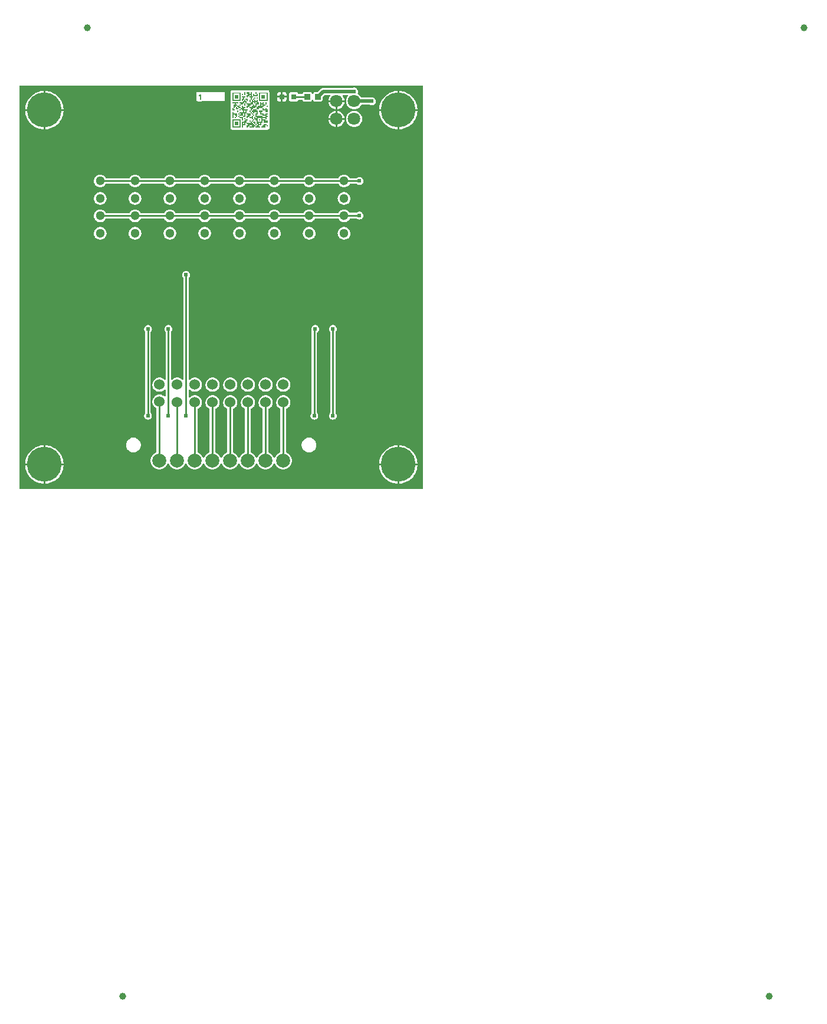
<source format=gtl>
G04 Layer: TopLayer*
G04 Panelize: Stamp Hole, Column: 2, Row: 2, Board Size: 58.42mm x 58.42mm, Panelized Board Size: 122.84mm x 122.84mm*
G04 EasyEDA v6.5.34, 2023-08-03 19:43:33*
G04 740b3f77cd964f928969c304b1e17296,5a6b42c53f6a479593ecc07194224c93,10*
G04 Gerber Generator version 0.2*
G04 Scale: 100 percent, Rotated: No, Reflected: No *
G04 Dimensions in millimeters *
G04 leading zeros omitted , absolute positions ,4 integer and 5 decimal *
%FSLAX45Y45*%
%MOMM*%

%AMMACRO1*21,1,$1,$2,0,0,$3*%
%ADD10C,0.1524*%
%ADD11C,0.5000*%
%ADD12C,0.2540*%
%ADD13MACRO1,0.864X0.8065X90.0000*%
%ADD14R,0.8000X0.8000*%
%ADD15C,1.0000*%
%ADD16C,5.0000*%
%ADD17C,1.5240*%
%ADD18C,2.0000*%
%ADD19C,1.3000*%
%ADD20C,1.8000*%
%ADD21C,0.6096*%
%ADD22C,0.0118*%

%LPD*%
G36*
X5805932Y25908D02*
G01*
X36068Y26416D01*
X32156Y27178D01*
X28905Y29362D01*
X26670Y32664D01*
X25908Y36576D01*
X25908Y5805932D01*
X26670Y5809843D01*
X28905Y5813094D01*
X32156Y5815330D01*
X36068Y5816092D01*
X2555240Y5816092D01*
X2559100Y5815330D01*
X2562402Y5813094D01*
X2564638Y5809843D01*
X2565400Y5805932D01*
X2566162Y5809843D01*
X2568346Y5813094D01*
X2571648Y5815330D01*
X2575560Y5816092D01*
X3050540Y5816092D01*
X3054400Y5815330D01*
X3057702Y5813094D01*
X3059938Y5809843D01*
X3060700Y5805932D01*
X3061462Y5809843D01*
X3063646Y5813094D01*
X3066948Y5815330D01*
X3070860Y5816092D01*
X5805932Y5816092D01*
X5809843Y5815330D01*
X5813094Y5813094D01*
X5815330Y5809843D01*
X5816092Y5805932D01*
X5816092Y36068D01*
X5815330Y32207D01*
X5813094Y28905D01*
X5809843Y26670D01*
G37*

%LPC*%
G36*
X3801110Y5664200D02*
G01*
X3854297Y5664200D01*
X3854297Y5690920D01*
X3853586Y5697270D01*
X3851706Y5702706D01*
X3848608Y5707634D01*
X3844544Y5711698D01*
X3839616Y5714796D01*
X3834180Y5716676D01*
X3827830Y5717387D01*
X3801110Y5717387D01*
G37*
G36*
X5448300Y105613D02*
G01*
X5448300Y368300D01*
X5185410Y368300D01*
X5187289Y346405D01*
X5191150Y323646D01*
X5196890Y301244D01*
X5204460Y279450D01*
X5213858Y258317D01*
X5224983Y238099D01*
X5237784Y218846D01*
X5252161Y200710D01*
X5267960Y183896D01*
X5285130Y168402D01*
X5303520Y154432D01*
X5323027Y142087D01*
X5343499Y131368D01*
X5364835Y122428D01*
X5386781Y115265D01*
X5409285Y109982D01*
X5432145Y106629D01*
G37*
G36*
X368300Y105613D02*
G01*
X368300Y368300D01*
X105410Y368300D01*
X107289Y346405D01*
X111150Y323646D01*
X116890Y301244D01*
X124460Y279450D01*
X133858Y258317D01*
X144983Y238099D01*
X157784Y218846D01*
X172161Y200710D01*
X187960Y183896D01*
X205130Y168402D01*
X223520Y154432D01*
X243027Y142087D01*
X263499Y131368D01*
X284835Y122428D01*
X306781Y115265D01*
X329285Y109982D01*
X352145Y106629D01*
G37*
G36*
X2029206Y309524D02*
G01*
X2044395Y310438D01*
X2059330Y313182D01*
X2073859Y317703D01*
X2087727Y323951D01*
X2100732Y331825D01*
X2112670Y341172D01*
X2123440Y351942D01*
X2132787Y363880D01*
X2140661Y376885D01*
X2146960Y390804D01*
X2149144Y394004D01*
X2152396Y396087D01*
X2156206Y396798D01*
X2160016Y396087D01*
X2163267Y394004D01*
X2165451Y390804D01*
X2171750Y376885D01*
X2179624Y363880D01*
X2188972Y351942D01*
X2199741Y341172D01*
X2211679Y331825D01*
X2224684Y323951D01*
X2238552Y317703D01*
X2253081Y313182D01*
X2268016Y310438D01*
X2283206Y309524D01*
X2298395Y310438D01*
X2313330Y313182D01*
X2327859Y317703D01*
X2341727Y323951D01*
X2354732Y331825D01*
X2366670Y341172D01*
X2377440Y351942D01*
X2386787Y363880D01*
X2394661Y376885D01*
X2400960Y390804D01*
X2403144Y394004D01*
X2406396Y396087D01*
X2410206Y396798D01*
X2414016Y396087D01*
X2417267Y394004D01*
X2419451Y390804D01*
X2425750Y376885D01*
X2433624Y363880D01*
X2442972Y351942D01*
X2453741Y341172D01*
X2465679Y331825D01*
X2478684Y323951D01*
X2492552Y317703D01*
X2507081Y313182D01*
X2522016Y310438D01*
X2537206Y309524D01*
X2552395Y310438D01*
X2567330Y313182D01*
X2581859Y317703D01*
X2595727Y323951D01*
X2608732Y331825D01*
X2620670Y341172D01*
X2631440Y351942D01*
X2640787Y363880D01*
X2648661Y376885D01*
X2654960Y390804D01*
X2657144Y394004D01*
X2660396Y396087D01*
X2664206Y396798D01*
X2668016Y396087D01*
X2671267Y394004D01*
X2673451Y390804D01*
X2679750Y376885D01*
X2687624Y363880D01*
X2696972Y351942D01*
X2707741Y341172D01*
X2719679Y331825D01*
X2732684Y323951D01*
X2746552Y317703D01*
X2761081Y313182D01*
X2776016Y310438D01*
X2791206Y309524D01*
X2806395Y310438D01*
X2821330Y313182D01*
X2835859Y317703D01*
X2849727Y323951D01*
X2862732Y331825D01*
X2874670Y341172D01*
X2885440Y351942D01*
X2894787Y363880D01*
X2902661Y376885D01*
X2908960Y390804D01*
X2911144Y394004D01*
X2914396Y396087D01*
X2918206Y396798D01*
X2922016Y396087D01*
X2925267Y394004D01*
X2927451Y390804D01*
X2933750Y376885D01*
X2941624Y363880D01*
X2950972Y351942D01*
X2961741Y341172D01*
X2973679Y331825D01*
X2986684Y323951D01*
X3000552Y317703D01*
X3015081Y313182D01*
X3030016Y310438D01*
X3045206Y309524D01*
X3060395Y310438D01*
X3075330Y313182D01*
X3089859Y317703D01*
X3103727Y323951D01*
X3116732Y331825D01*
X3128670Y341172D01*
X3139440Y351942D01*
X3148787Y363880D01*
X3156661Y376885D01*
X3162960Y390804D01*
X3165144Y394004D01*
X3168396Y396087D01*
X3172206Y396798D01*
X3176016Y396087D01*
X3179267Y394004D01*
X3181451Y390804D01*
X3187750Y376885D01*
X3195624Y363880D01*
X3204972Y351942D01*
X3215741Y341172D01*
X3227679Y331825D01*
X3240684Y323951D01*
X3254552Y317703D01*
X3269081Y313182D01*
X3284016Y310438D01*
X3299206Y309524D01*
X3314395Y310438D01*
X3329330Y313182D01*
X3343859Y317703D01*
X3357727Y323951D01*
X3370732Y331825D01*
X3382670Y341172D01*
X3393440Y351942D01*
X3402787Y363880D01*
X3410661Y376885D01*
X3416960Y390804D01*
X3419144Y394004D01*
X3422396Y396087D01*
X3426206Y396798D01*
X3430015Y396087D01*
X3433267Y394004D01*
X3435451Y390804D01*
X3441750Y376885D01*
X3449624Y363880D01*
X3458972Y351942D01*
X3469741Y341172D01*
X3481679Y331825D01*
X3494684Y323951D01*
X3508552Y317703D01*
X3523081Y313182D01*
X3538016Y310438D01*
X3553206Y309524D01*
X3568395Y310438D01*
X3583330Y313182D01*
X3597859Y317703D01*
X3611727Y323951D01*
X3624732Y331825D01*
X3636670Y341172D01*
X3647440Y351942D01*
X3656787Y363880D01*
X3664661Y376885D01*
X3670960Y390804D01*
X3673144Y394004D01*
X3676396Y396087D01*
X3680206Y396798D01*
X3684015Y396087D01*
X3687267Y394004D01*
X3689451Y390804D01*
X3695750Y376885D01*
X3703624Y363880D01*
X3712972Y351942D01*
X3723741Y341172D01*
X3735679Y331825D01*
X3748684Y323951D01*
X3762552Y317703D01*
X3777081Y313182D01*
X3792016Y310438D01*
X3807206Y309524D01*
X3822395Y310438D01*
X3837330Y313182D01*
X3851859Y317703D01*
X3865727Y323951D01*
X3878732Y331825D01*
X3890670Y341172D01*
X3901440Y351942D01*
X3910787Y363880D01*
X3918661Y376885D01*
X3924909Y390753D01*
X3929430Y405282D01*
X3932174Y420217D01*
X3933088Y435406D01*
X3932174Y450596D01*
X3929430Y465531D01*
X3924909Y480059D01*
X3918661Y493928D01*
X3910787Y506933D01*
X3901440Y518871D01*
X3890670Y529640D01*
X3878732Y538988D01*
X3865727Y546862D01*
X3851808Y553110D01*
X3848658Y555345D01*
X3846576Y558596D01*
X3845814Y562406D01*
X3845814Y1167790D01*
X3846576Y1171702D01*
X3848760Y1174953D01*
X3852011Y1177188D01*
X3856024Y1178864D01*
X3867759Y1185824D01*
X3878478Y1194308D01*
X3887978Y1204061D01*
X3896055Y1215085D01*
X3902608Y1227023D01*
X3907485Y1239774D01*
X3910685Y1253032D01*
X3912057Y1266596D01*
X3911600Y1280210D01*
X3909314Y1293672D01*
X3905250Y1306677D01*
X3899509Y1319072D01*
X3892194Y1330553D01*
X3883406Y1340967D01*
X3873296Y1350111D01*
X3862019Y1357833D01*
X3849878Y1363980D01*
X3836974Y1368450D01*
X3823614Y1371193D01*
X3810000Y1372057D01*
X3796385Y1371193D01*
X3783025Y1368450D01*
X3770172Y1363980D01*
X3757980Y1357833D01*
X3746754Y1350111D01*
X3736644Y1340967D01*
X3727805Y1330553D01*
X3720490Y1319072D01*
X3714750Y1306677D01*
X3710686Y1293672D01*
X3708450Y1280210D01*
X3707993Y1266596D01*
X3709365Y1253032D01*
X3712514Y1239774D01*
X3717391Y1227023D01*
X3723944Y1215085D01*
X3732072Y1204061D01*
X3741521Y1194308D01*
X3752240Y1185824D01*
X3763619Y1179068D01*
X3766261Y1176832D01*
X3767988Y1173784D01*
X3768598Y1170330D01*
X3768598Y562406D01*
X3767886Y558596D01*
X3765753Y555345D01*
X3762603Y553110D01*
X3748684Y546862D01*
X3735679Y538988D01*
X3723741Y529640D01*
X3712972Y518871D01*
X3703624Y506933D01*
X3695750Y493928D01*
X3689451Y480009D01*
X3687267Y476808D01*
X3684015Y474726D01*
X3680206Y474014D01*
X3676396Y474726D01*
X3673144Y476808D01*
X3670960Y480009D01*
X3664661Y493928D01*
X3656787Y506933D01*
X3647440Y518871D01*
X3636670Y529640D01*
X3624732Y538988D01*
X3611727Y546862D01*
X3597808Y553110D01*
X3594658Y555345D01*
X3592576Y558596D01*
X3591814Y562406D01*
X3591814Y1167790D01*
X3592576Y1171702D01*
X3594760Y1174953D01*
X3598011Y1177188D01*
X3602024Y1178864D01*
X3613759Y1185824D01*
X3624478Y1194308D01*
X3633978Y1204061D01*
X3642055Y1215085D01*
X3648608Y1227023D01*
X3653485Y1239774D01*
X3656685Y1253032D01*
X3658057Y1266596D01*
X3657600Y1280210D01*
X3655314Y1293672D01*
X3651250Y1306677D01*
X3645509Y1319072D01*
X3638194Y1330553D01*
X3629406Y1340967D01*
X3619296Y1350111D01*
X3608019Y1357833D01*
X3595878Y1363980D01*
X3582974Y1368450D01*
X3569614Y1371193D01*
X3556000Y1372057D01*
X3542385Y1371193D01*
X3529025Y1368450D01*
X3516172Y1363980D01*
X3503980Y1357833D01*
X3492754Y1350111D01*
X3482644Y1340967D01*
X3473805Y1330553D01*
X3466490Y1319072D01*
X3460750Y1306677D01*
X3456686Y1293672D01*
X3454450Y1280210D01*
X3453993Y1266596D01*
X3455365Y1253032D01*
X3458514Y1239774D01*
X3463391Y1227023D01*
X3469944Y1215085D01*
X3478072Y1204061D01*
X3487521Y1194308D01*
X3498240Y1185824D01*
X3509619Y1179068D01*
X3512261Y1176832D01*
X3513988Y1173784D01*
X3514598Y1170330D01*
X3514598Y562406D01*
X3513886Y558596D01*
X3511753Y555345D01*
X3508603Y553110D01*
X3494684Y546862D01*
X3481679Y538988D01*
X3469741Y529640D01*
X3458972Y518871D01*
X3449624Y506933D01*
X3441750Y493928D01*
X3435451Y480009D01*
X3433267Y476808D01*
X3430015Y474726D01*
X3426206Y474014D01*
X3422396Y474726D01*
X3419144Y476808D01*
X3416960Y480009D01*
X3410661Y493928D01*
X3402787Y506933D01*
X3393440Y518871D01*
X3382670Y529640D01*
X3370732Y538988D01*
X3357727Y546862D01*
X3343808Y553110D01*
X3340658Y555345D01*
X3338576Y558596D01*
X3337814Y562406D01*
X3337814Y1167790D01*
X3338576Y1171702D01*
X3340760Y1174953D01*
X3344011Y1177188D01*
X3348024Y1178864D01*
X3359759Y1185824D01*
X3370478Y1194308D01*
X3379978Y1204061D01*
X3388055Y1215085D01*
X3394608Y1227023D01*
X3399485Y1239774D01*
X3402685Y1253032D01*
X3404057Y1266596D01*
X3403600Y1280210D01*
X3401314Y1293672D01*
X3397250Y1306677D01*
X3391509Y1319072D01*
X3384194Y1330553D01*
X3375406Y1340967D01*
X3365296Y1350111D01*
X3354019Y1357833D01*
X3341878Y1363980D01*
X3328974Y1368450D01*
X3315614Y1371193D01*
X3302000Y1372057D01*
X3288385Y1371193D01*
X3275025Y1368450D01*
X3262172Y1363980D01*
X3249980Y1357833D01*
X3238754Y1350111D01*
X3228644Y1340967D01*
X3219805Y1330553D01*
X3212490Y1319072D01*
X3206750Y1306677D01*
X3202686Y1293672D01*
X3200450Y1280210D01*
X3199993Y1266596D01*
X3201365Y1253032D01*
X3204514Y1239774D01*
X3209391Y1227023D01*
X3215944Y1215085D01*
X3224072Y1204061D01*
X3233521Y1194308D01*
X3244240Y1185824D01*
X3255619Y1179068D01*
X3258261Y1176832D01*
X3259988Y1173784D01*
X3260598Y1170330D01*
X3260598Y562406D01*
X3259886Y558596D01*
X3257753Y555345D01*
X3254603Y553110D01*
X3240684Y546862D01*
X3227679Y538988D01*
X3215741Y529640D01*
X3204972Y518871D01*
X3195624Y506933D01*
X3187750Y493928D01*
X3181451Y480009D01*
X3179267Y476808D01*
X3176016Y474726D01*
X3172206Y474014D01*
X3168396Y474726D01*
X3165144Y476808D01*
X3162960Y480009D01*
X3156661Y493928D01*
X3148787Y506933D01*
X3139440Y518871D01*
X3128670Y529640D01*
X3116732Y538988D01*
X3103727Y546862D01*
X3089808Y553110D01*
X3086658Y555345D01*
X3084576Y558596D01*
X3083814Y562406D01*
X3083814Y1167790D01*
X3084576Y1171702D01*
X3086760Y1174953D01*
X3090011Y1177188D01*
X3094024Y1178864D01*
X3105759Y1185824D01*
X3116478Y1194308D01*
X3125978Y1204061D01*
X3134055Y1215085D01*
X3140608Y1227023D01*
X3145485Y1239774D01*
X3148685Y1253032D01*
X3150057Y1266596D01*
X3149600Y1280210D01*
X3147314Y1293672D01*
X3143250Y1306677D01*
X3137509Y1319072D01*
X3130194Y1330553D01*
X3121406Y1340967D01*
X3111296Y1350111D01*
X3100019Y1357833D01*
X3087878Y1363980D01*
X3074974Y1368450D01*
X3061614Y1371193D01*
X3048000Y1372057D01*
X3034385Y1371193D01*
X3021025Y1368450D01*
X3008172Y1363980D01*
X2995980Y1357833D01*
X2984754Y1350111D01*
X2974644Y1340967D01*
X2965805Y1330553D01*
X2958490Y1319072D01*
X2952750Y1306677D01*
X2948686Y1293672D01*
X2946450Y1280210D01*
X2945993Y1266596D01*
X2947365Y1253032D01*
X2950514Y1239774D01*
X2955391Y1227023D01*
X2961944Y1215085D01*
X2970072Y1204061D01*
X2979521Y1194308D01*
X2990240Y1185824D01*
X3001619Y1179068D01*
X3004261Y1176832D01*
X3005988Y1173784D01*
X3006598Y1170330D01*
X3006598Y562406D01*
X3005886Y558596D01*
X3003753Y555345D01*
X3000603Y553110D01*
X2986684Y546862D01*
X2973679Y538988D01*
X2961741Y529640D01*
X2950972Y518871D01*
X2941624Y506933D01*
X2933750Y493928D01*
X2927451Y480009D01*
X2925267Y476808D01*
X2922016Y474726D01*
X2918206Y474014D01*
X2914396Y474726D01*
X2911144Y476808D01*
X2908960Y480009D01*
X2902661Y493928D01*
X2894787Y506933D01*
X2885440Y518871D01*
X2874670Y529640D01*
X2862732Y538988D01*
X2849727Y546862D01*
X2835808Y553110D01*
X2832658Y555345D01*
X2830576Y558596D01*
X2829814Y562406D01*
X2829814Y1167790D01*
X2830576Y1171702D01*
X2832760Y1174953D01*
X2836011Y1177188D01*
X2840024Y1178864D01*
X2851759Y1185824D01*
X2862478Y1194308D01*
X2871978Y1204061D01*
X2880055Y1215085D01*
X2886608Y1227023D01*
X2891485Y1239774D01*
X2894685Y1253032D01*
X2896057Y1266596D01*
X2895600Y1280210D01*
X2893314Y1293672D01*
X2889250Y1306677D01*
X2883509Y1319072D01*
X2876194Y1330553D01*
X2867406Y1340967D01*
X2857296Y1350111D01*
X2846019Y1357833D01*
X2833878Y1363980D01*
X2820974Y1368450D01*
X2807614Y1371193D01*
X2794000Y1372057D01*
X2780385Y1371193D01*
X2767025Y1368450D01*
X2754172Y1363980D01*
X2741980Y1357833D01*
X2730754Y1350111D01*
X2720644Y1340967D01*
X2711805Y1330553D01*
X2704490Y1319072D01*
X2698750Y1306677D01*
X2694686Y1293672D01*
X2692450Y1280210D01*
X2691993Y1266596D01*
X2693365Y1253032D01*
X2696514Y1239774D01*
X2701391Y1227023D01*
X2707944Y1215085D01*
X2716072Y1204061D01*
X2725521Y1194308D01*
X2736240Y1185824D01*
X2747619Y1179068D01*
X2750261Y1176832D01*
X2751988Y1173784D01*
X2752598Y1170330D01*
X2752598Y562406D01*
X2751886Y558596D01*
X2749753Y555345D01*
X2746603Y553110D01*
X2732684Y546862D01*
X2719679Y538988D01*
X2707741Y529640D01*
X2696972Y518871D01*
X2687624Y506933D01*
X2679750Y493928D01*
X2673451Y480009D01*
X2671267Y476808D01*
X2668016Y474726D01*
X2664206Y474014D01*
X2660396Y474726D01*
X2657144Y476808D01*
X2654960Y480009D01*
X2648661Y493928D01*
X2640787Y506933D01*
X2631440Y518871D01*
X2620670Y529640D01*
X2608732Y538988D01*
X2595727Y546862D01*
X2581808Y553110D01*
X2578658Y555345D01*
X2576576Y558596D01*
X2575814Y562406D01*
X2575814Y1167790D01*
X2576576Y1171702D01*
X2578760Y1174953D01*
X2582011Y1177188D01*
X2586024Y1178864D01*
X2597759Y1185824D01*
X2608478Y1194308D01*
X2617978Y1204061D01*
X2626055Y1215085D01*
X2632608Y1227023D01*
X2637485Y1239774D01*
X2640685Y1253032D01*
X2642057Y1266596D01*
X2641600Y1280210D01*
X2639314Y1293672D01*
X2635250Y1306677D01*
X2629509Y1319072D01*
X2622194Y1330553D01*
X2613406Y1340967D01*
X2603296Y1350111D01*
X2592019Y1357833D01*
X2579878Y1363980D01*
X2566974Y1368450D01*
X2553614Y1371193D01*
X2540000Y1372057D01*
X2526385Y1371193D01*
X2513025Y1368450D01*
X2500172Y1363980D01*
X2487980Y1357833D01*
X2476754Y1350111D01*
X2468575Y1342745D01*
X2465273Y1340713D01*
X2461412Y1340104D01*
X2457653Y1340967D01*
X2454452Y1343202D01*
X2452370Y1346454D01*
X2451608Y1350264D01*
X2451608Y1443786D01*
X2452370Y1447698D01*
X2454605Y1451000D01*
X2457958Y1453184D01*
X2461869Y1453946D01*
X2465781Y1453083D01*
X2469083Y1450848D01*
X2471521Y1448308D01*
X2482240Y1439824D01*
X2493975Y1432864D01*
X2506522Y1427581D01*
X2519680Y1423974D01*
X2533192Y1422146D01*
X2546807Y1422146D01*
X2560320Y1423974D01*
X2573477Y1427581D01*
X2586024Y1432864D01*
X2597759Y1439824D01*
X2608478Y1448308D01*
X2617978Y1458061D01*
X2626055Y1469085D01*
X2632608Y1481023D01*
X2637485Y1493774D01*
X2640685Y1507032D01*
X2642057Y1520596D01*
X2641600Y1534210D01*
X2639314Y1547672D01*
X2635250Y1560677D01*
X2629509Y1573072D01*
X2622194Y1584553D01*
X2613406Y1594967D01*
X2603296Y1604111D01*
X2592019Y1611833D01*
X2579878Y1617980D01*
X2566974Y1622450D01*
X2553614Y1625193D01*
X2540000Y1626057D01*
X2526385Y1625193D01*
X2513025Y1622450D01*
X2500172Y1617980D01*
X2487980Y1611833D01*
X2476754Y1604111D01*
X2468575Y1596745D01*
X2465273Y1594713D01*
X2461412Y1594104D01*
X2457653Y1594967D01*
X2454452Y1597202D01*
X2452370Y1600454D01*
X2451608Y1604264D01*
X2451608Y3053791D01*
X2452370Y3057702D01*
X2454605Y3061004D01*
X2456180Y3062579D01*
X2461818Y3070606D01*
X2465933Y3079546D01*
X2468473Y3088995D01*
X2469337Y3098800D01*
X2468473Y3108604D01*
X2465933Y3118053D01*
X2461818Y3126994D01*
X2456180Y3135020D01*
X2449220Y3141980D01*
X2441194Y3147618D01*
X2432253Y3151733D01*
X2422804Y3154273D01*
X2413000Y3155137D01*
X2403195Y3154273D01*
X2393746Y3151733D01*
X2384806Y3147618D01*
X2376779Y3141980D01*
X2369820Y3135020D01*
X2364181Y3126994D01*
X2360066Y3118053D01*
X2357526Y3108604D01*
X2356662Y3098800D01*
X2357526Y3088995D01*
X2360066Y3079546D01*
X2364181Y3070606D01*
X2369820Y3062579D01*
X2371394Y3061004D01*
X2373630Y3057702D01*
X2374392Y3053791D01*
X2374392Y1604264D01*
X2373630Y1600454D01*
X2371547Y1597202D01*
X2368346Y1595018D01*
X2364587Y1594104D01*
X2360726Y1594764D01*
X2357424Y1596745D01*
X2349296Y1604111D01*
X2338019Y1611833D01*
X2325878Y1617980D01*
X2312974Y1622450D01*
X2299614Y1625193D01*
X2286000Y1626057D01*
X2272385Y1625193D01*
X2259025Y1622450D01*
X2246172Y1617980D01*
X2233980Y1611833D01*
X2222754Y1604111D01*
X2214575Y1596745D01*
X2211273Y1594713D01*
X2207412Y1594104D01*
X2203653Y1594967D01*
X2200452Y1597202D01*
X2198370Y1600454D01*
X2197608Y1604264D01*
X2197608Y2279243D01*
X2198370Y2283155D01*
X2200605Y2286457D01*
X2202027Y2287879D01*
X2207666Y2295906D01*
X2211781Y2304846D01*
X2214321Y2314295D01*
X2215184Y2324100D01*
X2214321Y2333904D01*
X2211781Y2343353D01*
X2207666Y2352294D01*
X2202027Y2360320D01*
X2195068Y2367280D01*
X2187041Y2372918D01*
X2178100Y2377033D01*
X2168652Y2379573D01*
X2158847Y2380437D01*
X2149043Y2379573D01*
X2139594Y2377033D01*
X2130653Y2372918D01*
X2122627Y2367280D01*
X2115667Y2360320D01*
X2110028Y2352294D01*
X2105914Y2343353D01*
X2103374Y2333904D01*
X2102510Y2324100D01*
X2103374Y2314295D01*
X2105914Y2304846D01*
X2110028Y2295906D01*
X2115667Y2287879D01*
X2117394Y2286152D01*
X2119630Y2282850D01*
X2120392Y2278938D01*
X2120392Y1604264D01*
X2119630Y1600454D01*
X2117547Y1597202D01*
X2114346Y1595018D01*
X2110587Y1594104D01*
X2106726Y1594764D01*
X2103424Y1596745D01*
X2095296Y1604111D01*
X2084019Y1611833D01*
X2071878Y1617980D01*
X2058974Y1622450D01*
X2045614Y1625193D01*
X2032000Y1626057D01*
X2018385Y1625193D01*
X2005025Y1622450D01*
X1992172Y1617980D01*
X1979980Y1611833D01*
X1968754Y1604111D01*
X1958644Y1594967D01*
X1949805Y1584553D01*
X1942490Y1573072D01*
X1936750Y1560677D01*
X1932686Y1547672D01*
X1930450Y1534210D01*
X1929993Y1520596D01*
X1931365Y1507032D01*
X1934514Y1493774D01*
X1939391Y1481023D01*
X1945944Y1469085D01*
X1954072Y1458061D01*
X1963521Y1448308D01*
X1974240Y1439824D01*
X1985975Y1432864D01*
X1998522Y1427581D01*
X2011680Y1423974D01*
X2025192Y1422146D01*
X2038807Y1422146D01*
X2052320Y1423974D01*
X2065477Y1427581D01*
X2078024Y1432864D01*
X2089759Y1439824D01*
X2100478Y1448308D01*
X2102916Y1450797D01*
X2106218Y1453083D01*
X2110130Y1453896D01*
X2114042Y1453184D01*
X2117394Y1450949D01*
X2119630Y1447647D01*
X2120392Y1443736D01*
X2120392Y1362964D01*
X2119630Y1359154D01*
X2117547Y1355902D01*
X2114346Y1353718D01*
X2110587Y1352804D01*
X2106726Y1353464D01*
X2103424Y1355445D01*
X2095296Y1362811D01*
X2084019Y1370533D01*
X2071878Y1376680D01*
X2058974Y1381150D01*
X2045614Y1383893D01*
X2032000Y1384757D01*
X2018385Y1383893D01*
X2005025Y1381150D01*
X1992172Y1376680D01*
X1979980Y1370533D01*
X1968754Y1362811D01*
X1958644Y1353667D01*
X1949805Y1343253D01*
X1942490Y1331772D01*
X1936750Y1319377D01*
X1932686Y1306372D01*
X1930450Y1292910D01*
X1929993Y1279296D01*
X1931365Y1265732D01*
X1934514Y1252474D01*
X1939391Y1239723D01*
X1945944Y1227785D01*
X1954072Y1216761D01*
X1963521Y1207008D01*
X1974240Y1198524D01*
X1985619Y1191768D01*
X1988261Y1189532D01*
X1989988Y1186484D01*
X1990598Y1183030D01*
X1990598Y562406D01*
X1989886Y558596D01*
X1987753Y555345D01*
X1984603Y553110D01*
X1970684Y546862D01*
X1957679Y538988D01*
X1945741Y529640D01*
X1934972Y518871D01*
X1925624Y506933D01*
X1917750Y493928D01*
X1911502Y480059D01*
X1906981Y465531D01*
X1904238Y450596D01*
X1903323Y435406D01*
X1904238Y420217D01*
X1906981Y405282D01*
X1911502Y390753D01*
X1917750Y376885D01*
X1925624Y363880D01*
X1934972Y351942D01*
X1945741Y341172D01*
X1957679Y331825D01*
X1970684Y323951D01*
X1984552Y317703D01*
X1999081Y313182D01*
X2014016Y310438D01*
G37*
G36*
X393700Y393700D02*
G01*
X656336Y393700D01*
X655929Y404063D01*
X653034Y427024D01*
X648208Y449630D01*
X641553Y471728D01*
X633018Y493217D01*
X622757Y513892D01*
X610819Y533704D01*
X597204Y552348D01*
X582117Y569874D01*
X565607Y586028D01*
X547827Y600760D01*
X528828Y613968D01*
X508812Y625500D01*
X487934Y635355D01*
X466242Y643382D01*
X443992Y649630D01*
X421284Y653948D01*
X398322Y656336D01*
X393700Y656437D01*
G37*
G36*
X5473700Y393700D02*
G01*
X5736336Y393700D01*
X5735929Y404063D01*
X5733034Y427024D01*
X5728208Y449630D01*
X5721553Y471728D01*
X5713018Y493217D01*
X5702757Y513892D01*
X5690819Y533704D01*
X5677204Y552348D01*
X5662117Y569874D01*
X5645607Y586028D01*
X5627827Y600760D01*
X5608828Y613968D01*
X5588812Y625500D01*
X5567934Y635355D01*
X5546242Y643382D01*
X5523992Y649630D01*
X5501284Y653948D01*
X5478322Y656336D01*
X5473700Y656437D01*
G37*
G36*
X5185410Y393700D02*
G01*
X5448300Y393700D01*
X5448300Y656386D01*
X5432145Y655370D01*
X5409285Y652018D01*
X5386781Y646734D01*
X5364835Y639572D01*
X5343499Y630631D01*
X5323027Y619912D01*
X5303520Y607568D01*
X5285130Y593598D01*
X5267960Y578104D01*
X5252161Y561289D01*
X5237784Y543153D01*
X5224983Y523900D01*
X5213858Y503682D01*
X5204460Y482549D01*
X5196890Y460756D01*
X5191150Y438353D01*
X5187289Y415594D01*
G37*
G36*
X105410Y393700D02*
G01*
X368300Y393700D01*
X368300Y656386D01*
X352145Y655370D01*
X329285Y652018D01*
X306781Y646734D01*
X284835Y639572D01*
X263499Y630631D01*
X243027Y619912D01*
X223520Y607568D01*
X205130Y593598D01*
X187960Y578104D01*
X172161Y561289D01*
X157784Y543153D01*
X144983Y523900D01*
X133858Y503682D01*
X124460Y482549D01*
X116890Y460756D01*
X111150Y438353D01*
X107289Y415594D01*
G37*
G36*
X1657604Y554532D02*
G01*
X1671421Y555396D01*
X1684985Y558139D01*
X1698142Y562559D01*
X1710537Y568706D01*
X1722069Y576376D01*
X1732483Y585520D01*
X1741627Y595934D01*
X1749298Y607466D01*
X1755444Y619861D01*
X1759864Y633018D01*
X1762607Y646582D01*
X1763471Y660400D01*
X1762607Y674217D01*
X1759864Y687781D01*
X1755444Y700938D01*
X1749298Y713333D01*
X1741627Y724865D01*
X1732483Y735279D01*
X1722069Y744423D01*
X1710537Y752094D01*
X1698142Y758240D01*
X1684985Y762660D01*
X1671421Y765403D01*
X1657604Y766267D01*
X1643786Y765403D01*
X1630222Y762660D01*
X1617065Y758240D01*
X1604670Y752094D01*
X1593138Y744423D01*
X1582724Y735279D01*
X1573580Y724865D01*
X1565910Y713333D01*
X1559763Y700938D01*
X1555343Y687781D01*
X1552600Y674217D01*
X1551736Y660400D01*
X1552600Y646582D01*
X1555343Y633018D01*
X1559763Y619861D01*
X1565910Y607466D01*
X1573580Y595934D01*
X1582724Y585520D01*
X1593138Y576376D01*
X1604670Y568706D01*
X1617065Y562559D01*
X1630222Y558139D01*
X1643786Y555396D01*
G37*
G36*
X4178808Y554532D02*
G01*
X4192625Y555396D01*
X4206189Y558139D01*
X4219346Y562559D01*
X4231741Y568706D01*
X4243273Y576376D01*
X4253687Y585520D01*
X4262831Y595934D01*
X4270502Y607466D01*
X4276648Y619861D01*
X4281068Y633018D01*
X4283811Y646582D01*
X4284675Y660400D01*
X4283811Y674217D01*
X4281068Y687781D01*
X4276648Y700938D01*
X4270502Y713333D01*
X4262831Y724865D01*
X4253687Y735279D01*
X4243273Y744423D01*
X4231741Y752094D01*
X4219346Y758240D01*
X4206189Y762660D01*
X4192625Y765403D01*
X4178808Y766267D01*
X4164990Y765403D01*
X4151426Y762660D01*
X4138269Y758240D01*
X4125874Y752094D01*
X4114342Y744423D01*
X4103928Y735279D01*
X4094784Y724865D01*
X4087114Y713333D01*
X4080967Y700938D01*
X4076547Y687781D01*
X4073804Y674217D01*
X4072940Y660400D01*
X4073804Y646582D01*
X4076547Y633018D01*
X4080967Y619861D01*
X4087114Y607466D01*
X4094784Y595934D01*
X4103928Y585520D01*
X4114342Y576376D01*
X4125874Y568706D01*
X4138269Y562559D01*
X4151426Y558139D01*
X4164990Y555396D01*
G37*
G36*
X4521200Y1023162D02*
G01*
X4531004Y1024026D01*
X4540453Y1026566D01*
X4549394Y1030681D01*
X4557420Y1036319D01*
X4564380Y1043279D01*
X4570018Y1051306D01*
X4574133Y1060246D01*
X4576673Y1069695D01*
X4577537Y1079500D01*
X4576673Y1089304D01*
X4574133Y1098753D01*
X4570018Y1107694D01*
X4564380Y1115720D01*
X4562805Y1117295D01*
X4560570Y1120597D01*
X4559808Y1124508D01*
X4559808Y2279091D01*
X4560570Y2283002D01*
X4562805Y2286304D01*
X4564380Y2287879D01*
X4570018Y2295906D01*
X4574133Y2304846D01*
X4576673Y2314295D01*
X4577537Y2324100D01*
X4576673Y2333904D01*
X4574133Y2343353D01*
X4570018Y2352294D01*
X4564380Y2360320D01*
X4557420Y2367280D01*
X4549394Y2372918D01*
X4540453Y2377033D01*
X4531004Y2379573D01*
X4521200Y2380437D01*
X4511395Y2379573D01*
X4501946Y2377033D01*
X4493006Y2372918D01*
X4484979Y2367280D01*
X4478020Y2360320D01*
X4472381Y2352294D01*
X4468266Y2343353D01*
X4465726Y2333904D01*
X4464862Y2324100D01*
X4465726Y2314295D01*
X4468266Y2304846D01*
X4472381Y2295906D01*
X4478020Y2287879D01*
X4479594Y2286304D01*
X4481830Y2283002D01*
X4482592Y2279091D01*
X4482592Y1124508D01*
X4481830Y1120597D01*
X4479594Y1117295D01*
X4478020Y1115720D01*
X4472381Y1107694D01*
X4468266Y1098753D01*
X4465726Y1089304D01*
X4464862Y1079500D01*
X4465726Y1069695D01*
X4468266Y1060246D01*
X4472381Y1051306D01*
X4478020Y1043279D01*
X4484979Y1036319D01*
X4493006Y1030681D01*
X4501946Y1026566D01*
X4511395Y1024026D01*
G37*
G36*
X1866900Y1023162D02*
G01*
X1876704Y1024026D01*
X1886153Y1026566D01*
X1895093Y1030681D01*
X1903120Y1036319D01*
X1910080Y1043279D01*
X1915718Y1051306D01*
X1919833Y1060246D01*
X1922373Y1069695D01*
X1923237Y1079500D01*
X1922373Y1089304D01*
X1919833Y1098753D01*
X1915718Y1107694D01*
X1910080Y1115720D01*
X1908505Y1117295D01*
X1906270Y1120597D01*
X1905507Y1124508D01*
X1905507Y2278786D01*
X1906270Y2282698D01*
X1908505Y2286000D01*
X1910384Y2287879D01*
X1916023Y2295906D01*
X1920138Y2304846D01*
X1922678Y2314295D01*
X1923542Y2324100D01*
X1922678Y2333904D01*
X1920138Y2343353D01*
X1916023Y2352294D01*
X1910384Y2360320D01*
X1903425Y2367280D01*
X1895398Y2372918D01*
X1886457Y2377033D01*
X1877009Y2379573D01*
X1867204Y2380437D01*
X1857400Y2379573D01*
X1847951Y2377033D01*
X1839010Y2372918D01*
X1830984Y2367280D01*
X1824024Y2360320D01*
X1818386Y2352294D01*
X1814271Y2343353D01*
X1811731Y2333904D01*
X1810867Y2324100D01*
X1811731Y2314295D01*
X1814271Y2304846D01*
X1818386Y2295906D01*
X1824024Y2287879D01*
X1825294Y2286609D01*
X1827530Y2283307D01*
X1828292Y2279396D01*
X1828292Y1124508D01*
X1827530Y1120597D01*
X1825294Y1117295D01*
X1823720Y1115720D01*
X1818081Y1107694D01*
X1813966Y1098753D01*
X1811426Y1089304D01*
X1810562Y1079500D01*
X1811426Y1069695D01*
X1813966Y1060246D01*
X1818081Y1051306D01*
X1823720Y1043279D01*
X1830679Y1036319D01*
X1838706Y1030681D01*
X1847646Y1026566D01*
X1857095Y1024026D01*
G37*
G36*
X4254500Y1023162D02*
G01*
X4264304Y1024026D01*
X4273753Y1026566D01*
X4282694Y1030681D01*
X4290720Y1036319D01*
X4297680Y1043279D01*
X4303318Y1051306D01*
X4307433Y1060246D01*
X4309973Y1069695D01*
X4310837Y1079500D01*
X4309973Y1089304D01*
X4307433Y1098753D01*
X4303318Y1107694D01*
X4297680Y1115720D01*
X4296105Y1117295D01*
X4293870Y1120597D01*
X4293108Y1124508D01*
X4293108Y2268423D01*
X4293616Y2271623D01*
X4295140Y2274468D01*
X4297426Y2276754D01*
X4303420Y2280920D01*
X4310380Y2287879D01*
X4316018Y2295906D01*
X4320133Y2304846D01*
X4322673Y2314295D01*
X4323537Y2324100D01*
X4322673Y2333904D01*
X4320133Y2343353D01*
X4316018Y2352294D01*
X4310380Y2360320D01*
X4303420Y2367280D01*
X4295394Y2372918D01*
X4286453Y2377033D01*
X4277004Y2379573D01*
X4267200Y2380437D01*
X4257395Y2379573D01*
X4247946Y2377033D01*
X4239006Y2372918D01*
X4230979Y2367280D01*
X4224020Y2360320D01*
X4218381Y2352294D01*
X4214266Y2343353D01*
X4211726Y2333904D01*
X4210862Y2324100D01*
X4211726Y2314295D01*
X4214266Y2304846D01*
X4214926Y2303322D01*
X4215892Y2299055D01*
X4215892Y1124508D01*
X4215130Y1120597D01*
X4212894Y1117295D01*
X4211320Y1115720D01*
X4205681Y1107694D01*
X4201566Y1098753D01*
X4199026Y1089304D01*
X4198162Y1079500D01*
X4199026Y1069695D01*
X4201566Y1060246D01*
X4205681Y1051306D01*
X4211320Y1043279D01*
X4218279Y1036319D01*
X4226306Y1030681D01*
X4235246Y1026566D01*
X4244695Y1024026D01*
G37*
G36*
X3041192Y1422146D02*
G01*
X3054807Y1422146D01*
X3068320Y1423974D01*
X3081477Y1427581D01*
X3094024Y1432864D01*
X3105759Y1439824D01*
X3116478Y1448308D01*
X3125978Y1458061D01*
X3134055Y1469085D01*
X3140608Y1481023D01*
X3145485Y1493774D01*
X3148685Y1507032D01*
X3150057Y1520596D01*
X3149600Y1534210D01*
X3147314Y1547672D01*
X3143250Y1560677D01*
X3137509Y1573072D01*
X3130194Y1584553D01*
X3121406Y1594967D01*
X3111296Y1604111D01*
X3100019Y1611833D01*
X3087878Y1617980D01*
X3074974Y1622450D01*
X3061614Y1625193D01*
X3048000Y1626057D01*
X3034385Y1625193D01*
X3021025Y1622450D01*
X3008172Y1617980D01*
X2995980Y1611833D01*
X2984754Y1604111D01*
X2974644Y1594967D01*
X2965805Y1584553D01*
X2958490Y1573072D01*
X2952750Y1560677D01*
X2948686Y1547672D01*
X2946450Y1534210D01*
X2945993Y1520596D01*
X2947365Y1507032D01*
X2950514Y1493774D01*
X2955391Y1481023D01*
X2961944Y1469085D01*
X2970072Y1458061D01*
X2979521Y1448308D01*
X2990240Y1439824D01*
X3001975Y1432864D01*
X3014522Y1427581D01*
X3027680Y1423974D01*
G37*
G36*
X3549192Y1422146D02*
G01*
X3562807Y1422146D01*
X3576320Y1423974D01*
X3589477Y1427581D01*
X3602024Y1432864D01*
X3613759Y1439824D01*
X3624478Y1448308D01*
X3633978Y1458061D01*
X3642055Y1469085D01*
X3648608Y1481023D01*
X3653485Y1493774D01*
X3656685Y1507032D01*
X3658057Y1520596D01*
X3657600Y1534210D01*
X3655314Y1547672D01*
X3651250Y1560677D01*
X3645509Y1573072D01*
X3638194Y1584553D01*
X3629406Y1594967D01*
X3619296Y1604111D01*
X3608019Y1611833D01*
X3595878Y1617980D01*
X3582974Y1622450D01*
X3569614Y1625193D01*
X3556000Y1626057D01*
X3542385Y1625193D01*
X3529025Y1622450D01*
X3516172Y1617980D01*
X3503980Y1611833D01*
X3492754Y1604111D01*
X3482644Y1594967D01*
X3473805Y1584553D01*
X3466490Y1573072D01*
X3460750Y1560677D01*
X3456686Y1547672D01*
X3454450Y1534210D01*
X3453993Y1520596D01*
X3455365Y1507032D01*
X3458514Y1493774D01*
X3463391Y1481023D01*
X3469944Y1469085D01*
X3478072Y1458061D01*
X3487521Y1448308D01*
X3498240Y1439824D01*
X3509975Y1432864D01*
X3522522Y1427581D01*
X3535679Y1423974D01*
G37*
G36*
X3803192Y1422146D02*
G01*
X3816807Y1422146D01*
X3830320Y1423974D01*
X3843477Y1427581D01*
X3856024Y1432864D01*
X3867759Y1439824D01*
X3878478Y1448308D01*
X3887978Y1458061D01*
X3896055Y1469085D01*
X3902608Y1481023D01*
X3907485Y1493774D01*
X3910685Y1507032D01*
X3912057Y1520596D01*
X3911600Y1534210D01*
X3909314Y1547672D01*
X3905250Y1560677D01*
X3899509Y1573072D01*
X3892194Y1584553D01*
X3883406Y1594967D01*
X3873296Y1604111D01*
X3862019Y1611833D01*
X3849878Y1617980D01*
X3836974Y1622450D01*
X3823614Y1625193D01*
X3810000Y1626057D01*
X3796385Y1625193D01*
X3783025Y1622450D01*
X3770172Y1617980D01*
X3757980Y1611833D01*
X3746754Y1604111D01*
X3736644Y1594967D01*
X3727805Y1584553D01*
X3720490Y1573072D01*
X3714750Y1560677D01*
X3710686Y1547672D01*
X3708450Y1534210D01*
X3707993Y1520596D01*
X3709365Y1507032D01*
X3712514Y1493774D01*
X3717391Y1481023D01*
X3723944Y1469085D01*
X3732072Y1458061D01*
X3741521Y1448308D01*
X3752240Y1439824D01*
X3763975Y1432864D01*
X3776522Y1427581D01*
X3789679Y1423974D01*
G37*
G36*
X3295192Y1422146D02*
G01*
X3308807Y1422146D01*
X3322320Y1423974D01*
X3335477Y1427581D01*
X3348024Y1432864D01*
X3359759Y1439824D01*
X3370478Y1448308D01*
X3379978Y1458061D01*
X3388055Y1469085D01*
X3394608Y1481023D01*
X3399485Y1493774D01*
X3402685Y1507032D01*
X3404057Y1520596D01*
X3403600Y1534210D01*
X3401314Y1547672D01*
X3397250Y1560677D01*
X3391509Y1573072D01*
X3384194Y1584553D01*
X3375406Y1594967D01*
X3365296Y1604111D01*
X3354019Y1611833D01*
X3341878Y1617980D01*
X3328974Y1622450D01*
X3315614Y1625193D01*
X3302000Y1626057D01*
X3288385Y1625193D01*
X3275025Y1622450D01*
X3262172Y1617980D01*
X3249980Y1611833D01*
X3238754Y1604111D01*
X3228644Y1594967D01*
X3219805Y1584553D01*
X3212490Y1573072D01*
X3206750Y1560677D01*
X3202686Y1547672D01*
X3200450Y1534210D01*
X3199993Y1520596D01*
X3201365Y1507032D01*
X3204514Y1493774D01*
X3209391Y1481023D01*
X3215944Y1469085D01*
X3224072Y1458061D01*
X3233521Y1448308D01*
X3244240Y1439824D01*
X3255975Y1432864D01*
X3268522Y1427581D01*
X3281679Y1423974D01*
G37*
G36*
X2787192Y1422146D02*
G01*
X2800807Y1422146D01*
X2814320Y1423974D01*
X2827477Y1427581D01*
X2840024Y1432864D01*
X2851759Y1439824D01*
X2862478Y1448308D01*
X2871978Y1458061D01*
X2880055Y1469085D01*
X2886608Y1481023D01*
X2891485Y1493774D01*
X2894685Y1507032D01*
X2896057Y1520596D01*
X2895600Y1534210D01*
X2893314Y1547672D01*
X2889250Y1560677D01*
X2883509Y1573072D01*
X2876194Y1584553D01*
X2867406Y1594967D01*
X2857296Y1604111D01*
X2846019Y1611833D01*
X2833878Y1617980D01*
X2820974Y1622450D01*
X2807614Y1625193D01*
X2794000Y1626057D01*
X2780385Y1625193D01*
X2767025Y1622450D01*
X2754172Y1617980D01*
X2741980Y1611833D01*
X2730754Y1604111D01*
X2720644Y1594967D01*
X2711805Y1584553D01*
X2704490Y1573072D01*
X2698750Y1560677D01*
X2694686Y1547672D01*
X2692450Y1534210D01*
X2691993Y1520596D01*
X2693365Y1507032D01*
X2696514Y1493774D01*
X2701391Y1481023D01*
X2707944Y1469085D01*
X2716072Y1458061D01*
X2725521Y1448308D01*
X2736240Y1439824D01*
X2747975Y1432864D01*
X2760522Y1427581D01*
X2773680Y1423974D01*
G37*
G36*
X2174798Y3605022D02*
G01*
X2187448Y3605022D01*
X2200046Y3606749D01*
X2212187Y3610254D01*
X2223820Y3615436D01*
X2234539Y3622141D01*
X2244242Y3630269D01*
X2252726Y3639718D01*
X2259838Y3650234D01*
X2265375Y3661613D01*
X2269286Y3673652D01*
X2271522Y3686149D01*
X2271979Y3698849D01*
X2270607Y3711448D01*
X2267559Y3723741D01*
X2262835Y3735527D01*
X2256485Y3746500D01*
X2248662Y3756456D01*
X2239568Y3765296D01*
X2229307Y3772712D01*
X2218080Y3778707D01*
X2206193Y3783025D01*
X2193798Y3785666D01*
X2181148Y3786530D01*
X2168499Y3785666D01*
X2156053Y3783025D01*
X2144166Y3778707D01*
X2132990Y3772712D01*
X2122728Y3765296D01*
X2113584Y3756456D01*
X2105761Y3746500D01*
X2099462Y3735527D01*
X2094687Y3723741D01*
X2091639Y3711448D01*
X2090318Y3698849D01*
X2090724Y3686149D01*
X2092960Y3673652D01*
X2096871Y3661613D01*
X2102408Y3650234D01*
X2109520Y3639718D01*
X2118004Y3630269D01*
X2127707Y3622141D01*
X2138476Y3615436D01*
X2150059Y3610254D01*
X2162251Y3606749D01*
G37*
G36*
X2674772Y3605022D02*
G01*
X2687472Y3605022D01*
X2700020Y3606749D01*
X2712212Y3610254D01*
X2723794Y3615436D01*
X2734564Y3622141D01*
X2744266Y3630269D01*
X2752750Y3639718D01*
X2759811Y3650234D01*
X2765399Y3661613D01*
X2769311Y3673652D01*
X2771495Y3686149D01*
X2771952Y3698849D01*
X2770632Y3711448D01*
X2767584Y3723741D01*
X2762808Y3735527D01*
X2756458Y3746500D01*
X2748686Y3756456D01*
X2739542Y3765296D01*
X2729280Y3772712D01*
X2718104Y3778707D01*
X2706166Y3783025D01*
X2693771Y3785666D01*
X2681122Y3786530D01*
X2668473Y3785666D01*
X2656078Y3783025D01*
X2644140Y3778707D01*
X2632964Y3772712D01*
X2622702Y3765296D01*
X2613609Y3756456D01*
X2605786Y3746500D01*
X2599436Y3735527D01*
X2594711Y3723741D01*
X2591612Y3711448D01*
X2590292Y3698849D01*
X2590749Y3686149D01*
X2592933Y3673652D01*
X2596845Y3661613D01*
X2602433Y3650234D01*
X2609494Y3639718D01*
X2617978Y3630269D01*
X2627731Y3622141D01*
X2638450Y3615436D01*
X2650032Y3610254D01*
X2662224Y3606749D01*
G37*
G36*
X3174796Y3605022D02*
G01*
X3187446Y3605022D01*
X3200044Y3606749D01*
X3212185Y3610254D01*
X3223818Y3615436D01*
X3234537Y3622141D01*
X3244240Y3630269D01*
X3252724Y3639718D01*
X3259836Y3650234D01*
X3265373Y3661613D01*
X3269284Y3673652D01*
X3271520Y3686149D01*
X3271977Y3698849D01*
X3270605Y3711448D01*
X3267557Y3723741D01*
X3262833Y3735527D01*
X3256483Y3746500D01*
X3248660Y3756456D01*
X3239566Y3765296D01*
X3229305Y3772712D01*
X3218078Y3778707D01*
X3206191Y3783025D01*
X3193796Y3785666D01*
X3181146Y3786530D01*
X3168497Y3785666D01*
X3156051Y3783025D01*
X3144164Y3778707D01*
X3132988Y3772712D01*
X3122726Y3765296D01*
X3113582Y3756456D01*
X3105759Y3746500D01*
X3099460Y3735527D01*
X3094685Y3723741D01*
X3091637Y3711448D01*
X3090316Y3698849D01*
X3090722Y3686149D01*
X3092958Y3673652D01*
X3096869Y3661613D01*
X3102406Y3650234D01*
X3109518Y3639718D01*
X3118002Y3630269D01*
X3127705Y3622141D01*
X3138474Y3615436D01*
X3150057Y3610254D01*
X3162249Y3606749D01*
G37*
G36*
X1674774Y3605022D02*
G01*
X1687474Y3605022D01*
X1700022Y3606749D01*
X1712214Y3610254D01*
X1723796Y3615436D01*
X1734566Y3622141D01*
X1744268Y3630269D01*
X1752752Y3639718D01*
X1759813Y3650234D01*
X1765401Y3661613D01*
X1769313Y3673652D01*
X1771497Y3686149D01*
X1771954Y3698849D01*
X1770634Y3711448D01*
X1767586Y3723741D01*
X1762810Y3735527D01*
X1756460Y3746500D01*
X1748688Y3756456D01*
X1739544Y3765296D01*
X1729282Y3772712D01*
X1718106Y3778707D01*
X1706168Y3783025D01*
X1693773Y3785666D01*
X1681124Y3786530D01*
X1668475Y3785666D01*
X1656080Y3783025D01*
X1644142Y3778707D01*
X1632966Y3772712D01*
X1622704Y3765296D01*
X1613611Y3756456D01*
X1605788Y3746500D01*
X1599438Y3735527D01*
X1594713Y3723741D01*
X1591614Y3711448D01*
X1590294Y3698849D01*
X1590751Y3686149D01*
X1592935Y3673652D01*
X1596847Y3661613D01*
X1602435Y3650234D01*
X1609496Y3639718D01*
X1617980Y3630269D01*
X1627733Y3622141D01*
X1638452Y3615436D01*
X1650034Y3610254D01*
X1662226Y3606749D01*
G37*
G36*
X3674770Y3605022D02*
G01*
X3687470Y3605022D01*
X3700018Y3606749D01*
X3712210Y3610254D01*
X3723792Y3615436D01*
X3734562Y3622141D01*
X3744264Y3630269D01*
X3752748Y3639718D01*
X3759809Y3650234D01*
X3765397Y3661613D01*
X3769309Y3673652D01*
X3771493Y3686149D01*
X3771950Y3698849D01*
X3770629Y3711448D01*
X3767582Y3723741D01*
X3762806Y3735527D01*
X3756456Y3746500D01*
X3748684Y3756456D01*
X3739540Y3765296D01*
X3729278Y3772712D01*
X3718102Y3778707D01*
X3706164Y3783025D01*
X3693769Y3785666D01*
X3681120Y3786530D01*
X3668471Y3785666D01*
X3656076Y3783025D01*
X3644137Y3778707D01*
X3632962Y3772712D01*
X3622700Y3765296D01*
X3613607Y3756456D01*
X3605784Y3746500D01*
X3599434Y3735527D01*
X3594709Y3723741D01*
X3591610Y3711448D01*
X3590290Y3698849D01*
X3590747Y3686149D01*
X3592931Y3673652D01*
X3596843Y3661613D01*
X3602431Y3650234D01*
X3609492Y3639718D01*
X3617976Y3630269D01*
X3627729Y3622141D01*
X3638448Y3615436D01*
X3650030Y3610254D01*
X3662222Y3606749D01*
G37*
G36*
X4674768Y3605022D02*
G01*
X4687468Y3605022D01*
X4700016Y3606749D01*
X4712208Y3610254D01*
X4723790Y3615436D01*
X4734560Y3622141D01*
X4744262Y3630269D01*
X4752746Y3639718D01*
X4759807Y3650234D01*
X4765395Y3661613D01*
X4769307Y3673652D01*
X4771491Y3686149D01*
X4771948Y3698849D01*
X4770628Y3711448D01*
X4767580Y3723741D01*
X4762804Y3735527D01*
X4756454Y3746500D01*
X4748682Y3756456D01*
X4739538Y3765296D01*
X4729276Y3772712D01*
X4718100Y3778707D01*
X4706162Y3783025D01*
X4693767Y3785666D01*
X4681118Y3786530D01*
X4668469Y3785666D01*
X4656074Y3783025D01*
X4644136Y3778707D01*
X4632960Y3772712D01*
X4622698Y3765296D01*
X4613605Y3756456D01*
X4605782Y3746500D01*
X4599432Y3735527D01*
X4594707Y3723741D01*
X4591608Y3711448D01*
X4590288Y3698849D01*
X4590745Y3686149D01*
X4592929Y3673652D01*
X4596841Y3661613D01*
X4602429Y3650234D01*
X4609490Y3639718D01*
X4617974Y3630269D01*
X4627727Y3622141D01*
X4638446Y3615436D01*
X4650028Y3610254D01*
X4662220Y3606749D01*
G37*
G36*
X4174794Y3605022D02*
G01*
X4187444Y3605022D01*
X4200042Y3606749D01*
X4212183Y3610254D01*
X4223816Y3615436D01*
X4234535Y3622141D01*
X4244238Y3630269D01*
X4252722Y3639718D01*
X4259834Y3650234D01*
X4265371Y3661613D01*
X4269282Y3673652D01*
X4271518Y3686149D01*
X4271975Y3698849D01*
X4270603Y3711448D01*
X4267555Y3723741D01*
X4262831Y3735527D01*
X4256481Y3746500D01*
X4248658Y3756456D01*
X4239564Y3765296D01*
X4229303Y3772712D01*
X4218076Y3778707D01*
X4206189Y3783025D01*
X4193794Y3785666D01*
X4181144Y3786530D01*
X4168495Y3785666D01*
X4156049Y3783025D01*
X4144162Y3778707D01*
X4132986Y3772712D01*
X4122724Y3765296D01*
X4113580Y3756456D01*
X4105757Y3746500D01*
X4099458Y3735527D01*
X4094683Y3723741D01*
X4091635Y3711448D01*
X4090314Y3698849D01*
X4090720Y3686149D01*
X4092956Y3673652D01*
X4096867Y3661613D01*
X4102404Y3650234D01*
X4109516Y3639718D01*
X4118000Y3630269D01*
X4127703Y3622141D01*
X4138472Y3615436D01*
X4150055Y3610254D01*
X4162247Y3606749D01*
G37*
G36*
X1174800Y3605022D02*
G01*
X1187450Y3605022D01*
X1200048Y3606749D01*
X1212189Y3610254D01*
X1223822Y3615436D01*
X1234541Y3622141D01*
X1244244Y3630269D01*
X1252728Y3639718D01*
X1259840Y3650234D01*
X1265377Y3661613D01*
X1269288Y3673652D01*
X1271524Y3686149D01*
X1271981Y3698849D01*
X1270609Y3711448D01*
X1267561Y3723741D01*
X1262837Y3735527D01*
X1256487Y3746500D01*
X1248664Y3756456D01*
X1239570Y3765296D01*
X1229309Y3772712D01*
X1218082Y3778707D01*
X1206195Y3783025D01*
X1193800Y3785666D01*
X1181150Y3786530D01*
X1168501Y3785666D01*
X1156055Y3783025D01*
X1144168Y3778707D01*
X1132992Y3772712D01*
X1122730Y3765296D01*
X1113586Y3756456D01*
X1105763Y3746500D01*
X1099464Y3735527D01*
X1094689Y3723741D01*
X1091641Y3711448D01*
X1090320Y3698849D01*
X1090726Y3686149D01*
X1092962Y3673652D01*
X1096873Y3661613D01*
X1102410Y3650234D01*
X1109522Y3639718D01*
X1118006Y3630269D01*
X1127709Y3622141D01*
X1138478Y3615436D01*
X1150061Y3610254D01*
X1162253Y3606749D01*
G37*
G36*
X1174800Y3855008D02*
G01*
X1187450Y3855008D01*
X1199997Y3856786D01*
X1212189Y3860241D01*
X1223772Y3865422D01*
X1234541Y3872128D01*
X1244244Y3880307D01*
X1252728Y3889705D01*
X1262634Y3904437D01*
X1265834Y3906418D01*
X1269542Y3907078D01*
X1592681Y3907078D01*
X1596390Y3906418D01*
X1599590Y3904437D01*
X1609496Y3889705D01*
X1617980Y3880307D01*
X1627682Y3872128D01*
X1638452Y3865422D01*
X1650034Y3860241D01*
X1662226Y3856786D01*
X1674774Y3855008D01*
X1687474Y3855008D01*
X1700022Y3856786D01*
X1712214Y3860241D01*
X1723796Y3865422D01*
X1734515Y3872128D01*
X1744268Y3880307D01*
X1752752Y3889705D01*
X1762658Y3904437D01*
X1765858Y3906418D01*
X1769516Y3907078D01*
X2092706Y3907078D01*
X2096414Y3906418D01*
X2099614Y3904437D01*
X2109520Y3889705D01*
X2118004Y3880307D01*
X2127707Y3872128D01*
X2138476Y3865422D01*
X2150059Y3860241D01*
X2162200Y3856786D01*
X2174798Y3855008D01*
X2187448Y3855008D01*
X2199995Y3856786D01*
X2212187Y3860241D01*
X2223770Y3865422D01*
X2234539Y3872128D01*
X2244242Y3880307D01*
X2252726Y3889705D01*
X2262632Y3904437D01*
X2265832Y3906418D01*
X2269540Y3907078D01*
X2592679Y3907078D01*
X2596388Y3906418D01*
X2599588Y3904437D01*
X2609494Y3889705D01*
X2617978Y3880307D01*
X2627680Y3872128D01*
X2638450Y3865422D01*
X2650032Y3860241D01*
X2662224Y3856786D01*
X2674772Y3855008D01*
X2687472Y3855008D01*
X2700020Y3856786D01*
X2712212Y3860241D01*
X2723794Y3865422D01*
X2734513Y3872128D01*
X2744266Y3880307D01*
X2752750Y3889705D01*
X2762656Y3904437D01*
X2765856Y3906418D01*
X2769514Y3907078D01*
X3092704Y3907078D01*
X3096412Y3906418D01*
X3099612Y3904437D01*
X3109518Y3889705D01*
X3118002Y3880307D01*
X3127705Y3872128D01*
X3138424Y3865422D01*
X3150057Y3860241D01*
X3162198Y3856786D01*
X3174796Y3855008D01*
X3187446Y3855008D01*
X3199993Y3856786D01*
X3212185Y3860241D01*
X3223768Y3865422D01*
X3234537Y3872128D01*
X3244240Y3880307D01*
X3252724Y3889705D01*
X3262629Y3904437D01*
X3265830Y3906418D01*
X3269538Y3907078D01*
X3592677Y3907078D01*
X3596386Y3906418D01*
X3599586Y3904437D01*
X3609492Y3889705D01*
X3617976Y3880307D01*
X3627678Y3872128D01*
X3638448Y3865422D01*
X3650030Y3860241D01*
X3662222Y3856786D01*
X3674770Y3855008D01*
X3687470Y3855008D01*
X3700018Y3856786D01*
X3712210Y3860241D01*
X3723792Y3865422D01*
X3734511Y3872128D01*
X3744264Y3880307D01*
X3752748Y3889705D01*
X3762654Y3904437D01*
X3765854Y3906418D01*
X3769512Y3907078D01*
X4092701Y3907078D01*
X4096410Y3906418D01*
X4099610Y3904437D01*
X4109516Y3889705D01*
X4118000Y3880307D01*
X4127703Y3872128D01*
X4138422Y3865422D01*
X4150055Y3860241D01*
X4162196Y3856786D01*
X4174794Y3855008D01*
X4187444Y3855008D01*
X4199991Y3856786D01*
X4212183Y3860241D01*
X4223766Y3865422D01*
X4234535Y3872128D01*
X4244238Y3880307D01*
X4252722Y3889705D01*
X4262628Y3904437D01*
X4265828Y3906418D01*
X4269536Y3907078D01*
X4592675Y3907078D01*
X4596384Y3906418D01*
X4599584Y3904437D01*
X4609490Y3889705D01*
X4617974Y3880307D01*
X4627676Y3872128D01*
X4638446Y3865422D01*
X4650028Y3860241D01*
X4662220Y3856786D01*
X4674768Y3855008D01*
X4687468Y3855008D01*
X4700016Y3856786D01*
X4712208Y3860241D01*
X4723790Y3865422D01*
X4734509Y3872128D01*
X4744262Y3880307D01*
X4752746Y3889705D01*
X4759807Y3900220D01*
X4762347Y3905402D01*
X4764582Y3908399D01*
X4767783Y3910380D01*
X4771491Y3911092D01*
X4857191Y3911092D01*
X4861102Y3910329D01*
X4864404Y3908094D01*
X4865979Y3906520D01*
X4874006Y3900881D01*
X4882946Y3896766D01*
X4892395Y3894226D01*
X4902200Y3893362D01*
X4912004Y3894226D01*
X4921453Y3896766D01*
X4930394Y3900881D01*
X4938420Y3906520D01*
X4945380Y3913479D01*
X4951018Y3921506D01*
X4955133Y3930446D01*
X4957673Y3939895D01*
X4958537Y3949700D01*
X4957673Y3959504D01*
X4955133Y3968953D01*
X4951018Y3977894D01*
X4945380Y3985920D01*
X4938420Y3992879D01*
X4930394Y3998518D01*
X4921453Y4002633D01*
X4912004Y4005173D01*
X4902200Y4006037D01*
X4892395Y4005173D01*
X4882946Y4002633D01*
X4874006Y3998518D01*
X4865979Y3992879D01*
X4864404Y3991305D01*
X4861102Y3989070D01*
X4857191Y3988308D01*
X4767021Y3988308D01*
X4763566Y3988917D01*
X4760518Y3990695D01*
X4758232Y3993387D01*
X4756454Y3996486D01*
X4748631Y4006494D01*
X4739538Y4015282D01*
X4729276Y4022750D01*
X4718100Y4028694D01*
X4706162Y4033012D01*
X4693767Y4035653D01*
X4681118Y4036517D01*
X4668469Y4035653D01*
X4656074Y4033012D01*
X4644136Y4028694D01*
X4632960Y4022750D01*
X4622698Y4015282D01*
X4613554Y4006494D01*
X4605782Y3996486D01*
X4601667Y3989374D01*
X4599432Y3986682D01*
X4596333Y3984955D01*
X4592878Y3984294D01*
X4269333Y3984294D01*
X4265879Y3984955D01*
X4262831Y3986682D01*
X4260545Y3989374D01*
X4256481Y3996486D01*
X4248658Y4006494D01*
X4239514Y4015282D01*
X4229252Y4022750D01*
X4218076Y4028694D01*
X4206189Y4033012D01*
X4193743Y4035653D01*
X4181094Y4036517D01*
X4168444Y4035653D01*
X4156049Y4033012D01*
X4144162Y4028694D01*
X4132935Y4022750D01*
X4122674Y4015282D01*
X4113580Y4006494D01*
X4105757Y3996486D01*
X4101693Y3989374D01*
X4099407Y3986682D01*
X4096359Y3984955D01*
X4092905Y3984294D01*
X3769360Y3984294D01*
X3765854Y3984955D01*
X3762806Y3986682D01*
X3760571Y3989374D01*
X3756456Y3996486D01*
X3748633Y4006494D01*
X3739540Y4015282D01*
X3729278Y4022750D01*
X3718102Y4028694D01*
X3706164Y4033012D01*
X3693769Y4035653D01*
X3681120Y4036517D01*
X3668471Y4035653D01*
X3656076Y4033012D01*
X3644137Y4028694D01*
X3632962Y4022750D01*
X3622700Y4015282D01*
X3613556Y4006494D01*
X3605784Y3996486D01*
X3601669Y3989374D01*
X3599434Y3986682D01*
X3596335Y3984955D01*
X3592880Y3984294D01*
X3269335Y3984294D01*
X3265881Y3984955D01*
X3262833Y3986682D01*
X3260547Y3989374D01*
X3256483Y3996486D01*
X3248660Y4006494D01*
X3239516Y4015282D01*
X3229254Y4022750D01*
X3218078Y4028694D01*
X3206191Y4033012D01*
X3193745Y4035653D01*
X3181096Y4036517D01*
X3168446Y4035653D01*
X3156051Y4033012D01*
X3144164Y4028694D01*
X3132937Y4022750D01*
X3122676Y4015282D01*
X3113582Y4006494D01*
X3105759Y3996486D01*
X3101695Y3989374D01*
X3099409Y3986682D01*
X3096361Y3984955D01*
X3092907Y3984294D01*
X2769362Y3984294D01*
X2765856Y3984955D01*
X2762808Y3986682D01*
X2760573Y3989374D01*
X2756458Y3996486D01*
X2748635Y4006494D01*
X2739542Y4015282D01*
X2729280Y4022750D01*
X2718104Y4028694D01*
X2706166Y4033012D01*
X2693771Y4035653D01*
X2681122Y4036517D01*
X2668473Y4035653D01*
X2656078Y4033012D01*
X2644140Y4028694D01*
X2632964Y4022750D01*
X2622702Y4015282D01*
X2613558Y4006494D01*
X2605786Y3996486D01*
X2601671Y3989374D01*
X2599436Y3986682D01*
X2596337Y3984955D01*
X2592882Y3984294D01*
X2269337Y3984294D01*
X2265883Y3984955D01*
X2262835Y3986682D01*
X2260549Y3989374D01*
X2256485Y3996486D01*
X2248662Y4006494D01*
X2239518Y4015282D01*
X2229256Y4022750D01*
X2218080Y4028694D01*
X2206193Y4033012D01*
X2193747Y4035653D01*
X2181098Y4036517D01*
X2168448Y4035653D01*
X2156053Y4033012D01*
X2144166Y4028694D01*
X2132939Y4022750D01*
X2122678Y4015282D01*
X2113584Y4006494D01*
X2105761Y3996486D01*
X2101697Y3989374D01*
X2099411Y3986682D01*
X2096363Y3984955D01*
X2092909Y3984294D01*
X1769364Y3984294D01*
X1765858Y3984955D01*
X1762810Y3986682D01*
X1760575Y3989374D01*
X1756460Y3996486D01*
X1748637Y4006494D01*
X1739544Y4015282D01*
X1729282Y4022750D01*
X1718106Y4028694D01*
X1706168Y4033012D01*
X1693773Y4035653D01*
X1681124Y4036517D01*
X1668475Y4035653D01*
X1656080Y4033012D01*
X1644142Y4028694D01*
X1632966Y4022750D01*
X1622704Y4015282D01*
X1613560Y4006494D01*
X1605788Y3996486D01*
X1601673Y3989374D01*
X1599438Y3986682D01*
X1596339Y3984955D01*
X1592884Y3984294D01*
X1269339Y3984294D01*
X1265885Y3984955D01*
X1262837Y3986682D01*
X1260551Y3989374D01*
X1256487Y3996486D01*
X1248664Y4006494D01*
X1239520Y4015282D01*
X1229258Y4022750D01*
X1218082Y4028694D01*
X1206195Y4033012D01*
X1193749Y4035653D01*
X1181100Y4036517D01*
X1168450Y4035653D01*
X1156055Y4033012D01*
X1144168Y4028694D01*
X1132941Y4022750D01*
X1122680Y4015282D01*
X1113586Y4006494D01*
X1105763Y3996486D01*
X1099413Y3985514D01*
X1094689Y3973728D01*
X1091641Y3961434D01*
X1090269Y3948836D01*
X1090726Y3936136D01*
X1092962Y3923690D01*
X1096873Y3911600D01*
X1102410Y3900220D01*
X1109522Y3889705D01*
X1118006Y3880307D01*
X1127709Y3872128D01*
X1138478Y3865422D01*
X1150061Y3860241D01*
X1162202Y3856786D01*
G37*
G36*
X5473700Y105562D02*
G01*
X5478322Y105664D01*
X5501284Y108051D01*
X5523992Y112369D01*
X5546242Y118618D01*
X5567934Y126644D01*
X5588812Y136499D01*
X5608828Y148031D01*
X5627827Y161239D01*
X5645607Y175971D01*
X5662117Y192125D01*
X5677204Y209600D01*
X5690819Y228295D01*
X5702757Y248107D01*
X5713018Y268782D01*
X5721553Y290271D01*
X5728208Y312369D01*
X5733034Y334975D01*
X5735929Y357936D01*
X5736336Y368300D01*
X5473700Y368300D01*
G37*
G36*
X3674770Y4104995D02*
G01*
X3687470Y4104995D01*
X3700018Y4106773D01*
X3712210Y4110278D01*
X3723792Y4115409D01*
X3734511Y4122115D01*
X3744264Y4130294D01*
X3752748Y4139692D01*
X3759809Y4150207D01*
X3765397Y4161637D01*
X3769309Y4173677D01*
X3771493Y4186174D01*
X3771950Y4198823D01*
X3770629Y4211421D01*
X3767531Y4223766D01*
X3762806Y4235500D01*
X3756456Y4246473D01*
X3748633Y4256481D01*
X3739540Y4265269D01*
X3729278Y4272737D01*
X3718102Y4278680D01*
X3706164Y4282998D01*
X3693769Y4285640D01*
X3681120Y4286554D01*
X3668471Y4285640D01*
X3656076Y4282998D01*
X3644137Y4278680D01*
X3632962Y4272737D01*
X3622700Y4265269D01*
X3613556Y4256481D01*
X3605784Y4246473D01*
X3599434Y4235500D01*
X3594658Y4223766D01*
X3591610Y4211421D01*
X3590290Y4198823D01*
X3590747Y4186174D01*
X3592931Y4173677D01*
X3596843Y4161637D01*
X3602431Y4150207D01*
X3609492Y4139692D01*
X3617976Y4130294D01*
X3627678Y4122115D01*
X3638448Y4115409D01*
X3650030Y4110278D01*
X3662222Y4106773D01*
G37*
G36*
X393700Y105562D02*
G01*
X398322Y105664D01*
X421284Y108051D01*
X443992Y112369D01*
X466242Y118618D01*
X487934Y126644D01*
X508812Y136499D01*
X528828Y148031D01*
X547827Y161239D01*
X565607Y175971D01*
X582117Y192125D01*
X597204Y209600D01*
X610819Y228295D01*
X622757Y248107D01*
X633018Y268782D01*
X641553Y290271D01*
X648208Y312369D01*
X653034Y334975D01*
X655929Y357936D01*
X656336Y368300D01*
X393700Y368300D01*
G37*
G36*
X2674772Y4104995D02*
G01*
X2687472Y4104995D01*
X2700020Y4106773D01*
X2712212Y4110278D01*
X2723794Y4115409D01*
X2734513Y4122115D01*
X2744266Y4130294D01*
X2752750Y4139692D01*
X2759811Y4150207D01*
X2765399Y4161637D01*
X2769311Y4173677D01*
X2771495Y4186174D01*
X2771952Y4198823D01*
X2770632Y4211421D01*
X2767533Y4223766D01*
X2762808Y4235500D01*
X2756458Y4246473D01*
X2748635Y4256481D01*
X2739542Y4265269D01*
X2729280Y4272737D01*
X2718104Y4278680D01*
X2706166Y4282998D01*
X2693771Y4285640D01*
X2681122Y4286554D01*
X2668473Y4285640D01*
X2656078Y4282998D01*
X2644140Y4278680D01*
X2632964Y4272737D01*
X2622702Y4265269D01*
X2613558Y4256481D01*
X2605786Y4246473D01*
X2599436Y4235500D01*
X2594660Y4223766D01*
X2591612Y4211421D01*
X2590292Y4198823D01*
X2590749Y4186174D01*
X2592933Y4173677D01*
X2596845Y4161637D01*
X2602433Y4150207D01*
X2609494Y4139692D01*
X2617978Y4130294D01*
X2627680Y4122115D01*
X2638450Y4115409D01*
X2650032Y4110278D01*
X2662224Y4106773D01*
G37*
G36*
X3174796Y4104995D02*
G01*
X3187446Y4104995D01*
X3199993Y4106773D01*
X3212185Y4110278D01*
X3223768Y4115409D01*
X3234537Y4122115D01*
X3244240Y4130294D01*
X3252724Y4139692D01*
X3259836Y4150207D01*
X3265373Y4161637D01*
X3269284Y4173677D01*
X3271520Y4186174D01*
X3271926Y4198823D01*
X3270605Y4211421D01*
X3267557Y4223766D01*
X3262782Y4235500D01*
X3256483Y4246473D01*
X3248660Y4256481D01*
X3239516Y4265269D01*
X3229254Y4272737D01*
X3218078Y4278680D01*
X3206191Y4282998D01*
X3193745Y4285640D01*
X3181096Y4286554D01*
X3168446Y4285640D01*
X3156051Y4282998D01*
X3144164Y4278680D01*
X3132937Y4272737D01*
X3122676Y4265269D01*
X3113582Y4256481D01*
X3105759Y4246473D01*
X3099409Y4235500D01*
X3094685Y4223766D01*
X3091637Y4211421D01*
X3090265Y4198823D01*
X3090722Y4186174D01*
X3092958Y4173677D01*
X3096869Y4161637D01*
X3102406Y4150207D01*
X3109518Y4139692D01*
X3118002Y4130294D01*
X3127705Y4122115D01*
X3138424Y4115409D01*
X3150057Y4110278D01*
X3162198Y4106773D01*
G37*
G36*
X4674768Y4104995D02*
G01*
X4687468Y4104995D01*
X4700016Y4106773D01*
X4712208Y4110278D01*
X4723790Y4115409D01*
X4734509Y4122115D01*
X4744262Y4130294D01*
X4752746Y4139692D01*
X4759807Y4150207D01*
X4765395Y4161637D01*
X4769307Y4173677D01*
X4771491Y4186174D01*
X4771948Y4198823D01*
X4770628Y4211421D01*
X4767529Y4223766D01*
X4762804Y4235500D01*
X4756454Y4246473D01*
X4748631Y4256481D01*
X4739538Y4265269D01*
X4729276Y4272737D01*
X4718100Y4278680D01*
X4706162Y4282998D01*
X4693767Y4285640D01*
X4681118Y4286554D01*
X4668469Y4285640D01*
X4656074Y4282998D01*
X4644136Y4278680D01*
X4632960Y4272737D01*
X4622698Y4265269D01*
X4613554Y4256481D01*
X4605782Y4246473D01*
X4599432Y4235500D01*
X4594656Y4223766D01*
X4591608Y4211421D01*
X4590288Y4198823D01*
X4590745Y4186174D01*
X4592929Y4173677D01*
X4596841Y4161637D01*
X4602429Y4150207D01*
X4609490Y4139692D01*
X4617974Y4130294D01*
X4627676Y4122115D01*
X4638446Y4115409D01*
X4650028Y4110278D01*
X4662220Y4106773D01*
G37*
G36*
X4174794Y4104995D02*
G01*
X4187444Y4104995D01*
X4199991Y4106773D01*
X4212183Y4110278D01*
X4223766Y4115409D01*
X4234535Y4122115D01*
X4244238Y4130294D01*
X4252722Y4139692D01*
X4259834Y4150207D01*
X4265371Y4161637D01*
X4269282Y4173677D01*
X4271518Y4186174D01*
X4271924Y4198823D01*
X4270603Y4211421D01*
X4267555Y4223766D01*
X4262780Y4235500D01*
X4256481Y4246473D01*
X4248658Y4256481D01*
X4239514Y4265269D01*
X4229252Y4272737D01*
X4218076Y4278680D01*
X4206189Y4282998D01*
X4193743Y4285640D01*
X4181094Y4286554D01*
X4168444Y4285640D01*
X4156049Y4282998D01*
X4144162Y4278680D01*
X4132935Y4272737D01*
X4122674Y4265269D01*
X4113580Y4256481D01*
X4105757Y4246473D01*
X4099407Y4235500D01*
X4094683Y4223766D01*
X4091635Y4211421D01*
X4090263Y4198823D01*
X4090720Y4186174D01*
X4092956Y4173677D01*
X4096867Y4161637D01*
X4102404Y4150207D01*
X4109516Y4139692D01*
X4118000Y4130294D01*
X4127703Y4122115D01*
X4138422Y4115409D01*
X4150055Y4110278D01*
X4162196Y4106773D01*
G37*
G36*
X1674774Y4104995D02*
G01*
X1687474Y4104995D01*
X1700022Y4106773D01*
X1712214Y4110278D01*
X1723796Y4115409D01*
X1734515Y4122115D01*
X1744268Y4130294D01*
X1752752Y4139692D01*
X1759813Y4150207D01*
X1765401Y4161637D01*
X1769313Y4173677D01*
X1771497Y4186174D01*
X1771954Y4198823D01*
X1770634Y4211421D01*
X1767535Y4223766D01*
X1762810Y4235500D01*
X1756460Y4246473D01*
X1748637Y4256481D01*
X1739544Y4265269D01*
X1729282Y4272737D01*
X1718106Y4278680D01*
X1706168Y4282998D01*
X1693773Y4285640D01*
X1681124Y4286554D01*
X1668475Y4285640D01*
X1656080Y4282998D01*
X1644142Y4278680D01*
X1632966Y4272737D01*
X1622704Y4265269D01*
X1613560Y4256481D01*
X1605788Y4246473D01*
X1599438Y4235500D01*
X1594662Y4223766D01*
X1591614Y4211421D01*
X1590294Y4198823D01*
X1590751Y4186174D01*
X1592935Y4173677D01*
X1596847Y4161637D01*
X1602435Y4150207D01*
X1609496Y4139692D01*
X1617980Y4130294D01*
X1627682Y4122115D01*
X1638452Y4115409D01*
X1650034Y4110278D01*
X1662226Y4106773D01*
G37*
G36*
X1174800Y4104995D02*
G01*
X1187450Y4104995D01*
X1199997Y4106773D01*
X1212189Y4110278D01*
X1223772Y4115409D01*
X1234541Y4122115D01*
X1244244Y4130294D01*
X1252728Y4139692D01*
X1259840Y4150207D01*
X1265377Y4161637D01*
X1269288Y4173677D01*
X1271524Y4186174D01*
X1271930Y4198823D01*
X1270609Y4211421D01*
X1267561Y4223766D01*
X1262786Y4235500D01*
X1256487Y4246473D01*
X1248664Y4256481D01*
X1239520Y4265269D01*
X1229258Y4272737D01*
X1218082Y4278680D01*
X1206195Y4282998D01*
X1193749Y4285640D01*
X1181100Y4286554D01*
X1168450Y4285640D01*
X1156055Y4282998D01*
X1144168Y4278680D01*
X1132941Y4272737D01*
X1122680Y4265269D01*
X1113586Y4256481D01*
X1105763Y4246473D01*
X1099413Y4235500D01*
X1094689Y4223766D01*
X1091641Y4211421D01*
X1090269Y4198823D01*
X1090726Y4186174D01*
X1092962Y4173677D01*
X1096873Y4161637D01*
X1102410Y4150207D01*
X1109522Y4139692D01*
X1118006Y4130294D01*
X1127709Y4122115D01*
X1138478Y4115409D01*
X1150061Y4110278D01*
X1162202Y4106773D01*
G37*
G36*
X1174800Y4354982D02*
G01*
X1187450Y4354982D01*
X1199997Y4356760D01*
X1212189Y4360265D01*
X1223772Y4365396D01*
X1234541Y4372152D01*
X1244244Y4380280D01*
X1252728Y4389729D01*
X1262634Y4404410D01*
X1265834Y4406392D01*
X1269542Y4407103D01*
X1592681Y4407103D01*
X1596390Y4406392D01*
X1599590Y4404410D01*
X1609496Y4389729D01*
X1617980Y4380280D01*
X1627682Y4372152D01*
X1638452Y4365396D01*
X1650034Y4360265D01*
X1662226Y4356760D01*
X1674774Y4354982D01*
X1687474Y4354982D01*
X1700022Y4356760D01*
X1712214Y4360265D01*
X1723796Y4365396D01*
X1734515Y4372152D01*
X1744268Y4380280D01*
X1752752Y4389729D01*
X1762658Y4404410D01*
X1765858Y4406392D01*
X1769516Y4407103D01*
X2092706Y4407103D01*
X2096414Y4406392D01*
X2099564Y4404410D01*
X2109520Y4389729D01*
X2118004Y4380280D01*
X2127707Y4372152D01*
X2138476Y4365396D01*
X2150059Y4360265D01*
X2162200Y4356760D01*
X2174798Y4354982D01*
X2187448Y4354982D01*
X2199995Y4356760D01*
X2212187Y4360265D01*
X2223770Y4365396D01*
X2234539Y4372152D01*
X2244242Y4380280D01*
X2252726Y4389729D01*
X2262632Y4404410D01*
X2265832Y4406392D01*
X2269540Y4407103D01*
X2592679Y4407103D01*
X2596388Y4406392D01*
X2599588Y4404410D01*
X2609494Y4389729D01*
X2617978Y4380280D01*
X2627680Y4372152D01*
X2638450Y4365396D01*
X2650032Y4360265D01*
X2662224Y4356760D01*
X2674772Y4354982D01*
X2687472Y4354982D01*
X2700020Y4356760D01*
X2712212Y4360265D01*
X2723794Y4365396D01*
X2734513Y4372152D01*
X2744266Y4380280D01*
X2752750Y4389729D01*
X2762656Y4404410D01*
X2765856Y4406392D01*
X2769514Y4407103D01*
X3092704Y4407103D01*
X3096412Y4406392D01*
X3099562Y4404410D01*
X3109518Y4389729D01*
X3118002Y4380280D01*
X3127705Y4372152D01*
X3138424Y4365396D01*
X3150057Y4360265D01*
X3162198Y4356760D01*
X3174796Y4354982D01*
X3187446Y4354982D01*
X3199993Y4356760D01*
X3212185Y4360265D01*
X3223768Y4365396D01*
X3234537Y4372152D01*
X3244240Y4380280D01*
X3252724Y4389729D01*
X3262629Y4404410D01*
X3265830Y4406392D01*
X3269538Y4407103D01*
X3592677Y4407103D01*
X3596386Y4406392D01*
X3599586Y4404410D01*
X3609492Y4389729D01*
X3617976Y4380280D01*
X3627678Y4372152D01*
X3638448Y4365396D01*
X3650030Y4360265D01*
X3662222Y4356760D01*
X3674770Y4354982D01*
X3687470Y4354982D01*
X3700018Y4356760D01*
X3712210Y4360265D01*
X3723792Y4365396D01*
X3734511Y4372152D01*
X3744264Y4380280D01*
X3752748Y4389729D01*
X3762654Y4404410D01*
X3765854Y4406392D01*
X3769512Y4407103D01*
X4092701Y4407103D01*
X4096410Y4406392D01*
X4099560Y4404410D01*
X4109516Y4389729D01*
X4118000Y4380280D01*
X4127703Y4372152D01*
X4138422Y4365396D01*
X4150055Y4360265D01*
X4162196Y4356760D01*
X4174794Y4354982D01*
X4187444Y4354982D01*
X4199991Y4356760D01*
X4212183Y4360265D01*
X4223766Y4365396D01*
X4234535Y4372152D01*
X4244238Y4380280D01*
X4252722Y4389729D01*
X4262628Y4404410D01*
X4265828Y4406392D01*
X4269536Y4407103D01*
X4592675Y4407103D01*
X4596384Y4406392D01*
X4599584Y4404410D01*
X4609490Y4389729D01*
X4617974Y4380280D01*
X4627676Y4372152D01*
X4638446Y4365396D01*
X4650028Y4360265D01*
X4662220Y4356760D01*
X4674768Y4354982D01*
X4687468Y4354982D01*
X4700016Y4356760D01*
X4712208Y4360265D01*
X4723790Y4365396D01*
X4734509Y4372152D01*
X4744262Y4380280D01*
X4752746Y4389729D01*
X4760061Y4400702D01*
X4762296Y4403699D01*
X4765497Y4405680D01*
X4769205Y4406392D01*
X4857191Y4406392D01*
X4861102Y4405630D01*
X4864404Y4403394D01*
X4865979Y4401820D01*
X4874006Y4396181D01*
X4882946Y4392066D01*
X4892395Y4389526D01*
X4902200Y4388662D01*
X4912004Y4389526D01*
X4921453Y4392066D01*
X4930394Y4396181D01*
X4938420Y4401820D01*
X4945380Y4408779D01*
X4951018Y4416806D01*
X4955133Y4425746D01*
X4957673Y4435195D01*
X4958537Y4445000D01*
X4957673Y4454804D01*
X4955133Y4464253D01*
X4951018Y4473194D01*
X4945380Y4481220D01*
X4938420Y4488180D01*
X4930394Y4493818D01*
X4921453Y4497933D01*
X4912004Y4500473D01*
X4902200Y4501337D01*
X4892395Y4500473D01*
X4882946Y4497933D01*
X4874006Y4493818D01*
X4865979Y4488180D01*
X4864404Y4486605D01*
X4861102Y4484370D01*
X4857191Y4483608D01*
X4769764Y4483608D01*
X4766259Y4484217D01*
X4763211Y4485995D01*
X4760976Y4488688D01*
X4756454Y4496460D01*
X4748631Y4506468D01*
X4739538Y4515256D01*
X4729276Y4522724D01*
X4718100Y4528667D01*
X4706162Y4533036D01*
X4693767Y4535678D01*
X4681118Y4536541D01*
X4668469Y4535678D01*
X4656074Y4533036D01*
X4644136Y4528667D01*
X4632960Y4522724D01*
X4622698Y4515256D01*
X4613554Y4506468D01*
X4605782Y4496460D01*
X4601667Y4489399D01*
X4599432Y4486706D01*
X4596333Y4484928D01*
X4592878Y4484319D01*
X4269333Y4484319D01*
X4265879Y4484928D01*
X4262831Y4486706D01*
X4260545Y4489399D01*
X4256481Y4496460D01*
X4248658Y4506468D01*
X4239514Y4515256D01*
X4229252Y4522724D01*
X4218076Y4528667D01*
X4206189Y4533036D01*
X4193743Y4535678D01*
X4181094Y4536541D01*
X4168444Y4535678D01*
X4156049Y4533036D01*
X4144162Y4528667D01*
X4132935Y4522724D01*
X4122674Y4515256D01*
X4113580Y4506468D01*
X4105757Y4496460D01*
X4101693Y4489399D01*
X4099407Y4486706D01*
X4096359Y4484928D01*
X4092905Y4484319D01*
X3769360Y4484319D01*
X3765854Y4484928D01*
X3762806Y4486706D01*
X3760571Y4489399D01*
X3756456Y4496460D01*
X3748633Y4506468D01*
X3739540Y4515256D01*
X3729278Y4522724D01*
X3718102Y4528667D01*
X3706164Y4533036D01*
X3693769Y4535678D01*
X3681120Y4536541D01*
X3668471Y4535678D01*
X3656076Y4533036D01*
X3644137Y4528667D01*
X3632962Y4522724D01*
X3622700Y4515256D01*
X3613556Y4506468D01*
X3605784Y4496460D01*
X3601669Y4489399D01*
X3599434Y4486706D01*
X3596335Y4484928D01*
X3592880Y4484319D01*
X3269335Y4484319D01*
X3265881Y4484928D01*
X3262833Y4486706D01*
X3260547Y4489399D01*
X3256483Y4496460D01*
X3248660Y4506468D01*
X3239516Y4515256D01*
X3229254Y4522724D01*
X3218078Y4528667D01*
X3206191Y4533036D01*
X3193745Y4535678D01*
X3181096Y4536541D01*
X3168446Y4535678D01*
X3156051Y4533036D01*
X3144164Y4528667D01*
X3132937Y4522724D01*
X3122676Y4515256D01*
X3113582Y4506468D01*
X3105759Y4496460D01*
X3101695Y4489399D01*
X3099409Y4486706D01*
X3096361Y4484928D01*
X3092907Y4484319D01*
X2769362Y4484319D01*
X2765856Y4484928D01*
X2762808Y4486706D01*
X2760573Y4489399D01*
X2756458Y4496460D01*
X2748635Y4506468D01*
X2739542Y4515256D01*
X2729280Y4522724D01*
X2718104Y4528667D01*
X2706166Y4533036D01*
X2693771Y4535678D01*
X2681122Y4536541D01*
X2668473Y4535678D01*
X2656078Y4533036D01*
X2644140Y4528667D01*
X2632964Y4522724D01*
X2622702Y4515256D01*
X2613558Y4506468D01*
X2605786Y4496460D01*
X2601671Y4489399D01*
X2599436Y4486706D01*
X2596337Y4484928D01*
X2592882Y4484319D01*
X2269337Y4484319D01*
X2265883Y4484928D01*
X2262835Y4486706D01*
X2260549Y4489399D01*
X2256485Y4496460D01*
X2248662Y4506468D01*
X2239518Y4515256D01*
X2229256Y4522724D01*
X2218080Y4528667D01*
X2206193Y4533036D01*
X2193747Y4535678D01*
X2181098Y4536541D01*
X2168448Y4535678D01*
X2156053Y4533036D01*
X2144166Y4528667D01*
X2132939Y4522724D01*
X2122678Y4515256D01*
X2113584Y4506468D01*
X2105761Y4496460D01*
X2101697Y4489399D01*
X2099411Y4486706D01*
X2096363Y4484928D01*
X2092909Y4484319D01*
X1769364Y4484319D01*
X1765858Y4484928D01*
X1762810Y4486706D01*
X1760575Y4489399D01*
X1756460Y4496460D01*
X1748637Y4506468D01*
X1739544Y4515256D01*
X1729282Y4522724D01*
X1718106Y4528667D01*
X1706168Y4533036D01*
X1693773Y4535678D01*
X1681124Y4536541D01*
X1668475Y4535678D01*
X1656080Y4533036D01*
X1644142Y4528667D01*
X1632966Y4522724D01*
X1622704Y4515256D01*
X1613560Y4506468D01*
X1605788Y4496460D01*
X1601673Y4489399D01*
X1599438Y4486706D01*
X1596339Y4484928D01*
X1592884Y4484319D01*
X1269339Y4484319D01*
X1265885Y4484928D01*
X1262837Y4486706D01*
X1260551Y4489399D01*
X1256487Y4496460D01*
X1248664Y4506468D01*
X1239520Y4515256D01*
X1229258Y4522724D01*
X1218082Y4528667D01*
X1206195Y4533036D01*
X1193749Y4535678D01*
X1181100Y4536541D01*
X1168450Y4535678D01*
X1156055Y4533036D01*
X1144168Y4528667D01*
X1132941Y4522724D01*
X1122680Y4515256D01*
X1113586Y4506468D01*
X1105763Y4496460D01*
X1099413Y4485487D01*
X1094689Y4473752D01*
X1091641Y4461459D01*
X1090269Y4448810D01*
X1090726Y4436160D01*
X1092962Y4423664D01*
X1096873Y4411624D01*
X1102410Y4400194D01*
X1109522Y4389729D01*
X1118006Y4380280D01*
X1127709Y4372152D01*
X1138478Y4365396D01*
X1150061Y4360265D01*
X1162202Y4356760D01*
G37*
G36*
X3076905Y5181092D02*
G01*
X3583787Y5181092D01*
X3590086Y5181803D01*
X3595573Y5183682D01*
X3600450Y5186781D01*
X3604564Y5190896D01*
X3607612Y5195773D01*
X3609543Y5201208D01*
X3610254Y5207558D01*
X3610254Y5714441D01*
X3609543Y5720740D01*
X3607358Y5726938D01*
X3606800Y5730341D01*
X3606800Y5739384D01*
X3605784Y5740400D01*
X3587648Y5740450D01*
X3583787Y5740908D01*
X3076803Y5740908D01*
X3071774Y5740450D01*
X3067608Y5740908D01*
X3064002Y5743041D01*
X3061563Y5746445D01*
X3060700Y5750560D01*
X3060700Y5739841D01*
X3059938Y5735980D01*
X3057702Y5732678D01*
X3056128Y5731103D01*
X3053080Y5726226D01*
X3051149Y5720740D01*
X3050438Y5714441D01*
X3050438Y5207558D01*
X3051149Y5201208D01*
X3053080Y5195773D01*
X3056128Y5190896D01*
X3060242Y5186781D01*
X3065119Y5183682D01*
X3070606Y5181803D01*
G37*
G36*
X5473700Y5185562D02*
G01*
X5478322Y5185664D01*
X5501284Y5188051D01*
X5523992Y5192369D01*
X5546242Y5198618D01*
X5567934Y5206644D01*
X5588812Y5216499D01*
X5608828Y5228031D01*
X5627827Y5241239D01*
X5645607Y5255971D01*
X5662117Y5272125D01*
X5677204Y5289600D01*
X5690819Y5308295D01*
X5702757Y5328107D01*
X5713018Y5348782D01*
X5721553Y5370271D01*
X5728208Y5392369D01*
X5733034Y5414975D01*
X5735929Y5437936D01*
X5736336Y5448300D01*
X5473700Y5448300D01*
G37*
G36*
X393700Y5185562D02*
G01*
X398322Y5185664D01*
X421284Y5188051D01*
X443992Y5192369D01*
X466242Y5198618D01*
X487934Y5206644D01*
X508812Y5216499D01*
X528828Y5228031D01*
X547827Y5241239D01*
X565607Y5255971D01*
X582117Y5272125D01*
X597204Y5289600D01*
X610819Y5308295D01*
X622757Y5328107D01*
X633018Y5348782D01*
X641553Y5370271D01*
X648208Y5392369D01*
X653034Y5414975D01*
X655929Y5437936D01*
X656336Y5448300D01*
X393700Y5448300D01*
G37*
G36*
X5448300Y5185613D02*
G01*
X5448300Y5448300D01*
X5185410Y5448300D01*
X5187289Y5426405D01*
X5191150Y5403646D01*
X5196890Y5381244D01*
X5204460Y5359450D01*
X5213858Y5338318D01*
X5224983Y5318099D01*
X5237784Y5298846D01*
X5252161Y5280710D01*
X5267960Y5263896D01*
X5285130Y5248402D01*
X5303520Y5234432D01*
X5323027Y5222087D01*
X5343499Y5211368D01*
X5364835Y5202428D01*
X5386781Y5195265D01*
X5409285Y5189982D01*
X5432145Y5186629D01*
G37*
G36*
X368300Y5185613D02*
G01*
X368300Y5448300D01*
X105410Y5448300D01*
X107289Y5426405D01*
X111150Y5403646D01*
X116890Y5381244D01*
X124460Y5359450D01*
X133858Y5338318D01*
X144983Y5318099D01*
X157784Y5298846D01*
X172161Y5280710D01*
X187960Y5263896D01*
X205130Y5248402D01*
X223520Y5234432D01*
X243027Y5222087D01*
X263499Y5211368D01*
X284835Y5202428D01*
X306781Y5195265D01*
X329285Y5189982D01*
X352145Y5186629D01*
G37*
G36*
X4818735Y5218328D02*
G01*
X4833264Y5218328D01*
X4847691Y5220157D01*
X4861814Y5223764D01*
X4875326Y5229148D01*
X4888077Y5236159D01*
X4899863Y5244693D01*
X4910480Y5254650D01*
X4919776Y5265877D01*
X4927549Y5278170D01*
X4933746Y5291328D01*
X4938268Y5305196D01*
X4940960Y5319471D01*
X4941874Y5334000D01*
X4940960Y5348528D01*
X4938268Y5362803D01*
X4933746Y5376672D01*
X4927549Y5389829D01*
X4919776Y5402122D01*
X4910480Y5413349D01*
X4899863Y5423306D01*
X4888077Y5431840D01*
X4875326Y5438851D01*
X4861814Y5444236D01*
X4847691Y5447842D01*
X4833264Y5449671D01*
X4818735Y5449671D01*
X4804308Y5447842D01*
X4790186Y5444236D01*
X4776673Y5438851D01*
X4763922Y5431840D01*
X4752136Y5423306D01*
X4741519Y5413349D01*
X4732223Y5402122D01*
X4724450Y5389829D01*
X4718253Y5376672D01*
X4713732Y5362803D01*
X4711039Y5348528D01*
X4710125Y5334000D01*
X4711039Y5319471D01*
X4713732Y5305196D01*
X4718253Y5291328D01*
X4724450Y5278170D01*
X4732223Y5265877D01*
X4741519Y5254650D01*
X4752136Y5244693D01*
X4763922Y5236159D01*
X4776673Y5229148D01*
X4790186Y5223764D01*
X4804308Y5220157D01*
G37*
G36*
X4559300Y5219039D02*
G01*
X4559300Y5321300D01*
X4456887Y5321300D01*
X4457039Y5319471D01*
X4459732Y5305196D01*
X4464253Y5291328D01*
X4470450Y5278170D01*
X4478223Y5265877D01*
X4487519Y5254650D01*
X4498136Y5244693D01*
X4509922Y5236159D01*
X4522673Y5229148D01*
X4536186Y5223764D01*
X4550308Y5220157D01*
G37*
G36*
X4584700Y5219039D02*
G01*
X4593691Y5220157D01*
X4607814Y5223764D01*
X4621326Y5229148D01*
X4634077Y5236159D01*
X4645863Y5244693D01*
X4656480Y5254650D01*
X4665776Y5265877D01*
X4673549Y5278170D01*
X4679746Y5291328D01*
X4684268Y5305196D01*
X4686960Y5319471D01*
X4687112Y5321300D01*
X4584700Y5321300D01*
G37*
G36*
X4456887Y5346700D02*
G01*
X4559300Y5346700D01*
X4559300Y5448960D01*
X4550308Y5447842D01*
X4536186Y5444236D01*
X4522673Y5438851D01*
X4509922Y5431840D01*
X4498136Y5423306D01*
X4487519Y5413349D01*
X4478223Y5402122D01*
X4470450Y5389829D01*
X4464253Y5376672D01*
X4459732Y5362803D01*
X4457039Y5348528D01*
G37*
G36*
X4584700Y5346700D02*
G01*
X4687112Y5346700D01*
X4686960Y5348528D01*
X4684268Y5362803D01*
X4679746Y5376672D01*
X4673549Y5389829D01*
X4665776Y5402122D01*
X4656480Y5413349D01*
X4645863Y5423306D01*
X4634077Y5431840D01*
X4621326Y5438851D01*
X4607814Y5444236D01*
X4593691Y5447842D01*
X4584700Y5448960D01*
G37*
G36*
X4818735Y5472328D02*
G01*
X4833264Y5472328D01*
X4847691Y5474157D01*
X4861814Y5477764D01*
X4875326Y5483148D01*
X4888077Y5490159D01*
X4899863Y5498693D01*
X4910480Y5508650D01*
X4919776Y5519877D01*
X4927701Y5532374D01*
X4929936Y5534914D01*
X4932934Y5536539D01*
X4936286Y5537098D01*
X5054092Y5537098D01*
X5058410Y5536133D01*
X5060746Y5535066D01*
X5070195Y5532526D01*
X5080000Y5531662D01*
X5089804Y5532526D01*
X5099253Y5535066D01*
X5108194Y5539181D01*
X5116220Y5544820D01*
X5123180Y5551779D01*
X5128818Y5559806D01*
X5132933Y5568746D01*
X5135473Y5578195D01*
X5136337Y5588000D01*
X5135473Y5597804D01*
X5132933Y5607253D01*
X5128818Y5616194D01*
X5123180Y5624220D01*
X5116220Y5631180D01*
X5108194Y5636818D01*
X5099253Y5640933D01*
X5089804Y5643473D01*
X5080000Y5644337D01*
X5070195Y5643473D01*
X5060746Y5640933D01*
X5058410Y5639866D01*
X5054092Y5638901D01*
X4936286Y5638901D01*
X4932934Y5639460D01*
X4929936Y5641086D01*
X4927701Y5643626D01*
X4919776Y5656122D01*
X4910480Y5667349D01*
X4899863Y5677306D01*
X4888077Y5685840D01*
X4880762Y5689854D01*
X4877816Y5692292D01*
X4875987Y5695645D01*
X4875530Y5699404D01*
X4876444Y5703062D01*
X4878933Y5708446D01*
X4881473Y5717895D01*
X4882337Y5727700D01*
X4881473Y5737504D01*
X4878933Y5746953D01*
X4874818Y5755894D01*
X4869180Y5763920D01*
X4862220Y5770880D01*
X4854194Y5776518D01*
X4845253Y5780633D01*
X4835804Y5783173D01*
X4826000Y5784037D01*
X4816195Y5783173D01*
X4806746Y5780633D01*
X4804410Y5779566D01*
X4800092Y5778601D01*
X4385513Y5778601D01*
X4380890Y5778398D01*
X4376470Y5777839D01*
X4372152Y5776874D01*
X4367885Y5775553D01*
X4363821Y5773826D01*
X4359859Y5771794D01*
X4356100Y5769406D01*
X4352594Y5766714D01*
X4349140Y5763564D01*
X4309211Y5723585D01*
X4305909Y5721400D01*
X4301998Y5720588D01*
X4264660Y5720588D01*
X4258360Y5719876D01*
X4252874Y5717997D01*
X4247997Y5714898D01*
X4243882Y5710834D01*
X4240834Y5705906D01*
X4238701Y5699861D01*
X4236567Y5696305D01*
X4233164Y5693867D01*
X4229100Y5693054D01*
X4225036Y5693867D01*
X4221632Y5696305D01*
X4219498Y5699861D01*
X4217365Y5705906D01*
X4214317Y5710834D01*
X4210202Y5714898D01*
X4205325Y5717997D01*
X4199839Y5719876D01*
X4193540Y5720588D01*
X4114037Y5720588D01*
X4107687Y5719876D01*
X4102252Y5717997D01*
X4097324Y5714898D01*
X4093260Y5710834D01*
X4090162Y5705906D01*
X4088231Y5700471D01*
X4087063Y5695594D01*
X4084777Y5692698D01*
X4081627Y5690768D01*
X4078020Y5690108D01*
X4033469Y5690108D01*
X4029456Y5690971D01*
X4026052Y5693359D01*
X4023918Y5696915D01*
X4021886Y5702706D01*
X4018787Y5707634D01*
X4014724Y5711698D01*
X4009796Y5714796D01*
X4004360Y5716676D01*
X3998010Y5717387D01*
X3919169Y5717387D01*
X3912819Y5716676D01*
X3907383Y5714796D01*
X3902456Y5711698D01*
X3898392Y5707634D01*
X3895293Y5702706D01*
X3893413Y5697270D01*
X3892702Y5690920D01*
X3892702Y5612079D01*
X3893413Y5605729D01*
X3895293Y5600293D01*
X3898392Y5595366D01*
X3902456Y5591302D01*
X3907383Y5588203D01*
X3912819Y5586323D01*
X3919169Y5585612D01*
X3998010Y5585612D01*
X4004360Y5586323D01*
X4009796Y5588203D01*
X4014724Y5591302D01*
X4018787Y5595366D01*
X4021886Y5600293D01*
X4023918Y5606084D01*
X4026052Y5609640D01*
X4029456Y5612028D01*
X4033469Y5612892D01*
X4078020Y5612892D01*
X4081627Y5612231D01*
X4084777Y5610301D01*
X4087063Y5607405D01*
X4088231Y5602528D01*
X4090162Y5597093D01*
X4093260Y5592165D01*
X4097324Y5588101D01*
X4102252Y5585002D01*
X4107687Y5583123D01*
X4114037Y5582412D01*
X4193540Y5582412D01*
X4199839Y5583123D01*
X4205325Y5585002D01*
X4210202Y5588101D01*
X4214317Y5592165D01*
X4217365Y5597093D01*
X4219498Y5603138D01*
X4221632Y5606694D01*
X4225036Y5609132D01*
X4229100Y5609945D01*
X4233164Y5609132D01*
X4236567Y5606694D01*
X4238701Y5603138D01*
X4240834Y5597093D01*
X4243882Y5592165D01*
X4247997Y5588101D01*
X4252874Y5585002D01*
X4258360Y5583123D01*
X4264660Y5582412D01*
X4344162Y5582412D01*
X4350512Y5583123D01*
X4355947Y5585002D01*
X4360875Y5588101D01*
X4364939Y5592165D01*
X4368038Y5597093D01*
X4369968Y5602528D01*
X4370679Y5608878D01*
X4370679Y5636869D01*
X4371441Y5640730D01*
X4373626Y5644032D01*
X4403394Y5673801D01*
X4406696Y5676036D01*
X4410608Y5676798D01*
X4473752Y5676798D01*
X4477512Y5676087D01*
X4480712Y5674055D01*
X4482947Y5670956D01*
X4483912Y5667248D01*
X4483404Y5663488D01*
X4481576Y5660136D01*
X4478223Y5656122D01*
X4470450Y5643829D01*
X4464253Y5630672D01*
X4459732Y5616803D01*
X4457039Y5602528D01*
X4456887Y5600700D01*
X4559300Y5600700D01*
X4559300Y5666638D01*
X4560062Y5670499D01*
X4562297Y5673801D01*
X4565548Y5676036D01*
X4569460Y5676798D01*
X4574540Y5676798D01*
X4578451Y5676036D01*
X4581702Y5673801D01*
X4583938Y5670499D01*
X4584700Y5666638D01*
X4584700Y5600700D01*
X4687112Y5600700D01*
X4686960Y5602528D01*
X4684268Y5616803D01*
X4679746Y5630672D01*
X4673549Y5643829D01*
X4665776Y5656122D01*
X4662424Y5660136D01*
X4660595Y5663488D01*
X4660087Y5667248D01*
X4661052Y5670956D01*
X4663287Y5674055D01*
X4666488Y5676087D01*
X4670247Y5676798D01*
X4727752Y5676798D01*
X4731512Y5676087D01*
X4734712Y5674055D01*
X4736947Y5670956D01*
X4737912Y5667248D01*
X4737404Y5663488D01*
X4735576Y5660136D01*
X4732223Y5656122D01*
X4724450Y5643829D01*
X4718253Y5630672D01*
X4713732Y5616803D01*
X4711039Y5602528D01*
X4710125Y5588000D01*
X4711039Y5573471D01*
X4713732Y5559196D01*
X4718253Y5545328D01*
X4724450Y5532170D01*
X4732223Y5519877D01*
X4741519Y5508650D01*
X4752136Y5498693D01*
X4763922Y5490159D01*
X4776673Y5483148D01*
X4790186Y5477764D01*
X4804308Y5474157D01*
G37*
G36*
X4584700Y5473039D02*
G01*
X4593691Y5474157D01*
X4607814Y5477764D01*
X4621326Y5483148D01*
X4634077Y5490159D01*
X4645863Y5498693D01*
X4656480Y5508650D01*
X4665776Y5519877D01*
X4673549Y5532170D01*
X4679746Y5545328D01*
X4684268Y5559196D01*
X4686960Y5573471D01*
X4687112Y5575300D01*
X4584700Y5575300D01*
G37*
G36*
X4559300Y5473039D02*
G01*
X4559300Y5575300D01*
X4456887Y5575300D01*
X4457039Y5573471D01*
X4459732Y5559196D01*
X4464253Y5545328D01*
X4470450Y5532170D01*
X4478223Y5519877D01*
X4487519Y5508650D01*
X4498136Y5498693D01*
X4509922Y5490159D01*
X4522673Y5483148D01*
X4536186Y5477764D01*
X4550308Y5474157D01*
G37*
G36*
X5473700Y5473700D02*
G01*
X5736336Y5473700D01*
X5735929Y5484063D01*
X5733034Y5507024D01*
X5728208Y5529630D01*
X5721553Y5551728D01*
X5713018Y5573217D01*
X5702757Y5593892D01*
X5690819Y5613704D01*
X5677204Y5632348D01*
X5662117Y5649874D01*
X5645607Y5666028D01*
X5627827Y5680760D01*
X5608828Y5693968D01*
X5588812Y5705500D01*
X5567934Y5715355D01*
X5546242Y5723382D01*
X5523992Y5729630D01*
X5501284Y5733948D01*
X5478322Y5736336D01*
X5473700Y5736437D01*
G37*
G36*
X393700Y5473700D02*
G01*
X656336Y5473700D01*
X655929Y5484063D01*
X653034Y5507024D01*
X648208Y5529630D01*
X641553Y5551728D01*
X633018Y5573217D01*
X622757Y5593892D01*
X610819Y5613704D01*
X597204Y5632348D01*
X582117Y5649874D01*
X565607Y5666028D01*
X547827Y5680760D01*
X528828Y5693968D01*
X508812Y5705500D01*
X487934Y5715355D01*
X466242Y5723382D01*
X443992Y5729630D01*
X421284Y5733948D01*
X398322Y5736336D01*
X393700Y5736437D01*
G37*
G36*
X5185410Y5473700D02*
G01*
X5448300Y5473700D01*
X5448300Y5736386D01*
X5432145Y5735370D01*
X5409285Y5732018D01*
X5386781Y5726734D01*
X5364835Y5719572D01*
X5343499Y5710631D01*
X5323027Y5699912D01*
X5303520Y5687568D01*
X5285130Y5673598D01*
X5267960Y5658104D01*
X5252161Y5641289D01*
X5237784Y5623153D01*
X5224983Y5603900D01*
X5213858Y5583682D01*
X5204460Y5562549D01*
X5196890Y5540756D01*
X5191150Y5518353D01*
X5187289Y5495594D01*
G37*
G36*
X105410Y5473700D02*
G01*
X368300Y5473700D01*
X368300Y5736386D01*
X352145Y5735370D01*
X329285Y5732018D01*
X306781Y5726734D01*
X284835Y5719572D01*
X263499Y5710631D01*
X243027Y5699912D01*
X223520Y5687568D01*
X205130Y5673598D01*
X187960Y5658104D01*
X172161Y5641289D01*
X157784Y5623153D01*
X144983Y5603900D01*
X133858Y5583682D01*
X124460Y5562549D01*
X116890Y5540756D01*
X111150Y5518353D01*
X107289Y5495594D01*
G37*
G36*
X2596438Y5583682D02*
G01*
X2626563Y5583682D01*
X2632862Y5584393D01*
X2641142Y5587593D01*
X2643936Y5588000D01*
X2970784Y5588000D01*
X2971800Y5589016D01*
X2971800Y5713984D01*
X2970784Y5715000D01*
X2639822Y5715000D01*
X2636469Y5715558D01*
X2632862Y5716828D01*
X2626563Y5717540D01*
X2596438Y5717540D01*
X2590139Y5716828D01*
X2586532Y5715558D01*
X2583180Y5715000D01*
X2575560Y5715000D01*
X2571648Y5715762D01*
X2568346Y5717997D01*
X2566162Y5721248D01*
X2565400Y5725160D01*
X2565400Y5589016D01*
X2566416Y5588000D01*
X2579065Y5588000D01*
X2581859Y5587593D01*
X2584653Y5586323D01*
X2590139Y5584393D01*
G37*
G36*
X3801110Y5585612D02*
G01*
X3827830Y5585612D01*
X3834180Y5586323D01*
X3839616Y5588203D01*
X3844544Y5591302D01*
X3848608Y5595366D01*
X3851706Y5600293D01*
X3853586Y5605729D01*
X3854297Y5612079D01*
X3854297Y5638800D01*
X3801110Y5638800D01*
G37*
G36*
X3748989Y5585612D02*
G01*
X3775710Y5585612D01*
X3775710Y5638800D01*
X3722522Y5638800D01*
X3722522Y5612079D01*
X3723233Y5605729D01*
X3725113Y5600293D01*
X3728212Y5595366D01*
X3732276Y5591302D01*
X3737203Y5588203D01*
X3742639Y5586323D01*
G37*
G36*
X3722522Y5664200D02*
G01*
X3775710Y5664200D01*
X3775710Y5717387D01*
X3748989Y5717387D01*
X3742639Y5716676D01*
X3737203Y5714796D01*
X3732276Y5711698D01*
X3728212Y5707634D01*
X3725113Y5702706D01*
X3723233Y5697270D01*
X3722522Y5690920D01*
G37*
G36*
X2174798Y4104995D02*
G01*
X2187448Y4104995D01*
X2199995Y4106773D01*
X2212187Y4110278D01*
X2223770Y4115409D01*
X2234539Y4122115D01*
X2244242Y4130294D01*
X2252726Y4139692D01*
X2259838Y4150207D01*
X2265375Y4161637D01*
X2269286Y4173677D01*
X2271522Y4186174D01*
X2271928Y4198823D01*
X2270607Y4211421D01*
X2267559Y4223766D01*
X2262784Y4235500D01*
X2256485Y4246473D01*
X2248662Y4256481D01*
X2239518Y4265269D01*
X2229256Y4272737D01*
X2218080Y4278680D01*
X2206193Y4282998D01*
X2193747Y4285640D01*
X2181098Y4286554D01*
X2168448Y4285640D01*
X2156053Y4282998D01*
X2144166Y4278680D01*
X2132939Y4272737D01*
X2122678Y4265269D01*
X2113584Y4256481D01*
X2105761Y4246473D01*
X2099411Y4235500D01*
X2094687Y4223766D01*
X2091639Y4211421D01*
X2090267Y4198823D01*
X2090724Y4186174D01*
X2092960Y4173677D01*
X2096871Y4161637D01*
X2102408Y4150207D01*
X2109520Y4139692D01*
X2118004Y4130294D01*
X2127707Y4122115D01*
X2138476Y4115409D01*
X2150059Y4110278D01*
X2162200Y4106773D01*
G37*

%LPD*%
G36*
X3251200Y5715000D02*
G01*
X3251200Y5680151D01*
X3267760Y5680151D01*
X3267760Y5715000D01*
G37*
G36*
X3286150Y5715000D02*
G01*
X3286150Y5696661D01*
X3302762Y5696661D01*
X3302762Y5680151D01*
X3339541Y5680151D01*
X3339541Y5663641D01*
X3321151Y5663641D01*
X3321151Y5680151D01*
X3286150Y5680151D01*
X3286150Y5645302D01*
X3302762Y5645302D01*
X3302762Y5663641D01*
X3321151Y5663641D01*
X3321151Y5645302D01*
X3339541Y5645302D01*
X3339541Y5610453D01*
X3356101Y5610453D01*
X3356101Y5575604D01*
X3339541Y5575604D01*
X3339541Y5610453D01*
X3321151Y5610453D01*
X3321151Y5575604D01*
X3339541Y5575604D01*
X3339541Y5557266D01*
X3286150Y5557266D01*
X3286150Y5592114D01*
X3302762Y5592114D01*
X3302762Y5626963D01*
X3267760Y5626963D01*
X3267760Y5610453D01*
X3286150Y5610453D01*
X3286150Y5592114D01*
X3267760Y5592114D01*
X3267760Y5610453D01*
X3251200Y5610453D01*
X3251200Y5645302D01*
X3267760Y5645302D01*
X3267760Y5663641D01*
X3216249Y5663641D01*
X3216249Y5645302D01*
X3234639Y5645302D01*
X3234639Y5626963D01*
X3216249Y5626963D01*
X3216249Y5610453D01*
X3251200Y5610453D01*
X3251200Y5592114D01*
X3234639Y5592114D01*
X3234639Y5610453D01*
X3216249Y5610453D01*
X3216249Y5592114D01*
X3234639Y5592114D01*
X3234639Y5575604D01*
X3181248Y5575604D01*
X3181248Y5557266D01*
X3197809Y5557266D01*
X3197809Y5540756D01*
X3181248Y5540756D01*
X3181248Y5522417D01*
X3144469Y5522417D01*
X3144469Y5540756D01*
X3127908Y5540756D01*
X3127908Y5557266D01*
X3162858Y5557266D01*
X3162858Y5575604D01*
X3076346Y5575604D01*
X3076346Y5557266D01*
X3109468Y5557266D01*
X3109468Y5540756D01*
X3092907Y5540756D01*
X3092907Y5522417D01*
X3144469Y5522417D01*
X3144469Y5505907D01*
X3181248Y5505907D01*
X3181248Y5522417D01*
X3197809Y5522417D01*
X3197809Y5540756D01*
X3234639Y5540756D01*
X3234639Y5557266D01*
X3251200Y5557266D01*
X3251200Y5575604D01*
X3267760Y5575604D01*
X3267760Y5557266D01*
X3286150Y5557266D01*
X3286150Y5540756D01*
X3302762Y5540756D01*
X3302762Y5522417D01*
X3286150Y5522417D01*
X3286150Y5487568D01*
X3302762Y5487568D01*
X3302762Y5505907D01*
X3321151Y5505907D01*
X3321151Y5522417D01*
X3339541Y5522417D01*
X3339541Y5540756D01*
X3374542Y5540756D01*
X3374542Y5575604D01*
X3391103Y5575604D01*
X3391103Y5557266D01*
X3409492Y5557266D01*
X3409492Y5575604D01*
X3426053Y5575604D01*
X3426053Y5557266D01*
X3409492Y5557266D01*
X3409492Y5522417D01*
X3391103Y5522417D01*
X3391103Y5540756D01*
X3374542Y5540756D01*
X3374542Y5522417D01*
X3356101Y5522417D01*
X3356101Y5505907D01*
X3321151Y5505907D01*
X3321151Y5487568D01*
X3339541Y5487568D01*
X3339541Y5452719D01*
X3356101Y5452719D01*
X3356101Y5469229D01*
X3374542Y5469229D01*
X3374542Y5487568D01*
X3409492Y5487568D01*
X3409492Y5505907D01*
X3426053Y5505907D01*
X3426053Y5469229D01*
X3461054Y5469229D01*
X3461054Y5487568D01*
X3514394Y5487568D01*
X3514394Y5452719D01*
X3461054Y5452719D01*
X3461054Y5434380D01*
X3479444Y5434380D01*
X3479444Y5399532D01*
X3514394Y5399532D01*
X3514394Y5383022D01*
X3549396Y5383022D01*
X3549396Y5364683D01*
X3514394Y5364683D01*
X3514394Y5383022D01*
X3426053Y5383022D01*
X3426053Y5399532D01*
X3444443Y5399532D01*
X3444443Y5452719D01*
X3426053Y5452719D01*
X3426053Y5469229D01*
X3374542Y5469229D01*
X3374542Y5452719D01*
X3356101Y5452719D01*
X3356101Y5434380D01*
X3374542Y5434380D01*
X3374542Y5416042D01*
X3391103Y5416042D01*
X3391103Y5434380D01*
X3426053Y5434380D01*
X3426053Y5416042D01*
X3409492Y5416042D01*
X3409492Y5364683D01*
X3426053Y5364683D01*
X3426053Y5346344D01*
X3549396Y5346344D01*
X3549396Y5329834D01*
X3514394Y5329834D01*
X3514394Y5346344D01*
X3497834Y5346344D01*
X3497834Y5293156D01*
X3444443Y5293156D01*
X3444443Y5346344D01*
X3409492Y5346344D01*
X3409492Y5364683D01*
X3391103Y5364683D01*
X3391103Y5329834D01*
X3409492Y5329834D01*
X3409492Y5311495D01*
X3426053Y5311495D01*
X3426053Y5276646D01*
X3479444Y5276646D01*
X3479444Y5260187D01*
X3461054Y5260187D01*
X3461054Y5276646D01*
X3426053Y5276646D01*
X3426053Y5260187D01*
X3444443Y5260187D01*
X3444443Y5241848D01*
X3426053Y5241848D01*
X3426053Y5225338D01*
X3409492Y5225338D01*
X3409492Y5241848D01*
X3391103Y5241848D01*
X3391103Y5260187D01*
X3374542Y5260187D01*
X3374542Y5276646D01*
X3356101Y5276646D01*
X3356101Y5293156D01*
X3374542Y5293156D01*
X3374542Y5311495D01*
X3391103Y5311495D01*
X3391103Y5329834D01*
X3374542Y5329834D01*
X3374542Y5383022D01*
X3356101Y5383022D01*
X3356101Y5364683D01*
X3321151Y5364683D01*
X3321151Y5383022D01*
X3339541Y5383022D01*
X3339541Y5416042D01*
X3286150Y5416042D01*
X3286150Y5452719D01*
X3302762Y5452719D01*
X3302762Y5469229D01*
X3251200Y5469229D01*
X3251200Y5487568D01*
X3267760Y5487568D01*
X3267760Y5505907D01*
X3234639Y5505907D01*
X3234639Y5522417D01*
X3216249Y5522417D01*
X3216249Y5487568D01*
X3197809Y5487568D01*
X3197809Y5505907D01*
X3162858Y5505907D01*
X3162858Y5487568D01*
X3144469Y5487568D01*
X3144469Y5505907D01*
X3127908Y5505907D01*
X3127908Y5522417D01*
X3092907Y5522417D01*
X3092907Y5487568D01*
X3076346Y5487568D01*
X3076346Y5452719D01*
X3109468Y5452719D01*
X3109468Y5469229D01*
X3092907Y5469229D01*
X3092907Y5487568D01*
X3109468Y5487568D01*
X3109468Y5505907D01*
X3127908Y5505907D01*
X3127908Y5469229D01*
X3162858Y5469229D01*
X3162858Y5487568D01*
X3197809Y5487568D01*
X3197809Y5469229D01*
X3181248Y5469229D01*
X3181248Y5452719D01*
X3197809Y5452719D01*
X3197809Y5469229D01*
X3216249Y5469229D01*
X3216249Y5452719D01*
X3267760Y5452719D01*
X3267760Y5434380D01*
X3251200Y5434380D01*
X3251200Y5452719D01*
X3234639Y5452719D01*
X3234639Y5434380D01*
X3181248Y5434380D01*
X3181248Y5416042D01*
X3197809Y5416042D01*
X3197809Y5399532D01*
X3181248Y5399532D01*
X3181248Y5416042D01*
X3162858Y5416042D01*
X3162858Y5399532D01*
X3181248Y5399532D01*
X3181248Y5383022D01*
X3162858Y5383022D01*
X3162858Y5364683D01*
X3181248Y5364683D01*
X3181248Y5383022D01*
X3234639Y5383022D01*
X3234639Y5416042D01*
X3251200Y5416042D01*
X3251200Y5383022D01*
X3234639Y5383022D01*
X3234639Y5364683D01*
X3181248Y5364683D01*
X3181248Y5346344D01*
X3216249Y5346344D01*
X3216249Y5311495D01*
X3234639Y5311495D01*
X3234639Y5364683D01*
X3267760Y5364683D01*
X3267760Y5416042D01*
X3286150Y5416042D01*
X3286150Y5399532D01*
X3302762Y5399532D01*
X3302762Y5383022D01*
X3286150Y5383022D01*
X3286150Y5346344D01*
X3302762Y5346344D01*
X3302762Y5364683D01*
X3321151Y5364683D01*
X3321151Y5346344D01*
X3356101Y5346344D01*
X3356101Y5329834D01*
X3374542Y5329834D01*
X3374542Y5311495D01*
X3356101Y5311495D01*
X3356101Y5293156D01*
X3339541Y5293156D01*
X3339541Y5311495D01*
X3321151Y5311495D01*
X3321151Y5293156D01*
X3339541Y5293156D01*
X3339541Y5276646D01*
X3286150Y5276646D01*
X3286150Y5311495D01*
X3302762Y5311495D01*
X3302762Y5329834D01*
X3267760Y5329834D01*
X3267760Y5346344D01*
X3251200Y5346344D01*
X3251200Y5329834D01*
X3267760Y5329834D01*
X3267760Y5311495D01*
X3251403Y5311495D01*
X3250285Y5294122D01*
X3216249Y5293055D01*
X3216249Y5276646D01*
X3251200Y5276646D01*
X3251200Y5260187D01*
X3234639Y5260187D01*
X3234639Y5276646D01*
X3216249Y5276646D01*
X3216249Y5207000D01*
X3234639Y5207000D01*
X3234639Y5241848D01*
X3267760Y5241848D01*
X3267760Y5276646D01*
X3286150Y5276646D01*
X3286150Y5260187D01*
X3302762Y5260187D01*
X3302762Y5241848D01*
X3286150Y5241848D01*
X3286150Y5207000D01*
X3302558Y5207000D01*
X3303676Y5224424D01*
X3321151Y5225542D01*
X3321151Y5241848D01*
X3356101Y5241848D01*
X3356101Y5225338D01*
X3321151Y5225338D01*
X3321151Y5207000D01*
X3391103Y5207000D01*
X3391103Y5225338D01*
X3409492Y5225338D01*
X3409492Y5207000D01*
X3479444Y5207000D01*
X3479444Y5225338D01*
X3461054Y5225338D01*
X3461054Y5241848D01*
X3497834Y5241848D01*
X3497834Y5276646D01*
X3514394Y5276646D01*
X3514394Y5311495D01*
X3530955Y5311495D01*
X3530955Y5276646D01*
X3584346Y5276646D01*
X3584346Y5311495D01*
X3549396Y5311495D01*
X3549396Y5329834D01*
X3567785Y5329834D01*
X3567785Y5364683D01*
X3584346Y5364683D01*
X3584346Y5383022D01*
X3567785Y5383022D01*
X3567785Y5399532D01*
X3584346Y5399532D01*
X3584346Y5416042D01*
X3549396Y5416042D01*
X3549396Y5399532D01*
X3530955Y5399532D01*
X3530955Y5416042D01*
X3497834Y5416042D01*
X3497834Y5434380D01*
X3514394Y5434380D01*
X3514394Y5452719D01*
X3549396Y5452719D01*
X3549396Y5434380D01*
X3584346Y5434380D01*
X3584346Y5469229D01*
X3567785Y5469229D01*
X3567785Y5487568D01*
X3549396Y5487568D01*
X3549396Y5469229D01*
X3530955Y5469229D01*
X3530955Y5487568D01*
X3514394Y5487568D01*
X3514394Y5505907D01*
X3530955Y5505907D01*
X3530955Y5522417D01*
X3549396Y5522417D01*
X3549396Y5540756D01*
X3567785Y5540756D01*
X3567785Y5575604D01*
X3549396Y5575604D01*
X3549396Y5540756D01*
X3530955Y5540756D01*
X3530955Y5575604D01*
X3514394Y5575604D01*
X3514394Y5557266D01*
X3497834Y5557266D01*
X3497834Y5575604D01*
X3479444Y5575604D01*
X3479444Y5540756D01*
X3514394Y5540756D01*
X3514394Y5522417D01*
X3497834Y5522417D01*
X3497834Y5540756D01*
X3479444Y5540756D01*
X3479444Y5522417D01*
X3444443Y5522417D01*
X3444443Y5505907D01*
X3426053Y5505907D01*
X3426053Y5540756D01*
X3461054Y5540756D01*
X3461054Y5575604D01*
X3444443Y5575604D01*
X3444443Y5610453D01*
X3426053Y5610453D01*
X3426053Y5592114D01*
X3409492Y5592114D01*
X3409492Y5610453D01*
X3391103Y5610453D01*
X3391103Y5626963D01*
X3409492Y5626963D01*
X3409492Y5645302D01*
X3391103Y5645302D01*
X3391103Y5626963D01*
X3374542Y5626963D01*
X3374542Y5610453D01*
X3391103Y5610453D01*
X3391103Y5592114D01*
X3374542Y5592114D01*
X3374542Y5610453D01*
X3356101Y5610453D01*
X3356101Y5645302D01*
X3374542Y5645302D01*
X3374542Y5663641D01*
X3444443Y5663641D01*
X3444443Y5696661D01*
X3426053Y5696661D01*
X3426053Y5715000D01*
X3409492Y5715000D01*
X3409492Y5696661D01*
X3426053Y5696661D01*
X3426053Y5680151D01*
X3391103Y5680151D01*
X3391103Y5696661D01*
X3374542Y5696661D01*
X3374542Y5663641D01*
X3356101Y5663641D01*
X3356101Y5715000D01*
X3339541Y5715000D01*
X3339541Y5696661D01*
X3321151Y5696661D01*
X3321151Y5715000D01*
G37*
G36*
X3076346Y5713171D02*
G01*
X3076346Y5698490D01*
X3181248Y5698490D01*
X3181248Y5608624D01*
X3092907Y5608624D01*
X3092907Y5698490D01*
X3076346Y5698490D01*
X3076346Y5593943D01*
X3197809Y5593943D01*
X3197809Y5713171D01*
G37*
G36*
X3462883Y5713171D02*
G01*
X3462883Y5698490D01*
X3567785Y5698490D01*
X3567785Y5608624D01*
X3477564Y5608624D01*
X3477564Y5698490D01*
X3462883Y5698490D01*
X3462883Y5593943D01*
X3584346Y5593943D01*
X3584346Y5713171D01*
G37*
G36*
X3216249Y5696661D02*
G01*
X3216249Y5680151D01*
X3234639Y5680151D01*
X3234639Y5696661D01*
G37*
G36*
X3111296Y5680151D02*
G01*
X3111296Y5628792D01*
X3161030Y5628792D01*
X3161030Y5680151D01*
G37*
G36*
X3497834Y5680151D02*
G01*
X3497834Y5628792D01*
X3547516Y5628792D01*
X3547516Y5680151D01*
G37*
G36*
X3426053Y5645302D02*
G01*
X3426053Y5626963D01*
X3444443Y5626963D01*
X3444443Y5645302D01*
G37*
G36*
X3251200Y5557266D02*
G01*
X3251200Y5522417D01*
X3267760Y5522417D01*
X3267760Y5557266D01*
G37*
G36*
X3567785Y5522417D02*
G01*
X3567785Y5505907D01*
X3584346Y5505907D01*
X3584346Y5522417D01*
G37*
G36*
X3144469Y5452719D02*
G01*
X3144469Y5434380D01*
X3162858Y5434380D01*
X3162858Y5452719D01*
G37*
G36*
X3321151Y5452719D02*
G01*
X3321151Y5434380D01*
X3339541Y5434380D01*
X3339541Y5416042D01*
X3356101Y5416042D01*
X3356101Y5399532D01*
X3374542Y5399532D01*
X3374542Y5383022D01*
X3391103Y5383022D01*
X3391103Y5399532D01*
X3374542Y5399532D01*
X3374542Y5416042D01*
X3356101Y5416042D01*
X3356101Y5434380D01*
X3339541Y5434380D01*
X3339541Y5452719D01*
G37*
G36*
X3076346Y5434380D02*
G01*
X3076346Y5346344D01*
X3092907Y5346344D01*
X3092907Y5399532D01*
X3109468Y5399532D01*
X3109468Y5383022D01*
X3127908Y5383022D01*
X3127908Y5364683D01*
X3109468Y5364683D01*
X3109468Y5346344D01*
X3127908Y5346344D01*
X3127908Y5364683D01*
X3144469Y5364683D01*
X3144469Y5416042D01*
X3092907Y5416042D01*
X3092907Y5434380D01*
G37*
G36*
X3461054Y5329834D02*
G01*
X3461054Y5311495D01*
X3479444Y5311495D01*
X3479444Y5329834D01*
G37*
G36*
X3076346Y5328005D02*
G01*
X3076346Y5313375D01*
X3181248Y5313375D01*
X3181248Y5223510D01*
X3092907Y5223510D01*
X3092907Y5313375D01*
X3076346Y5313375D01*
X3076346Y5208828D01*
X3197809Y5208828D01*
X3197809Y5328005D01*
G37*
G36*
X3111296Y5293156D02*
G01*
X3111296Y5243677D01*
X3161030Y5243677D01*
X3161030Y5293156D01*
G37*
G36*
X3374542Y5293156D02*
G01*
X3374542Y5276646D01*
X3391103Y5276646D01*
X3391103Y5260187D01*
X3409492Y5260187D01*
X3409492Y5241848D01*
X3426053Y5241848D01*
X3426053Y5260187D01*
X3409492Y5260187D01*
X3409492Y5293156D01*
G37*
G36*
X3530955Y5260187D02*
G01*
X3530955Y5241848D01*
X3514394Y5241848D01*
X3514394Y5225338D01*
X3497834Y5225338D01*
X3497834Y5207000D01*
X3549396Y5207000D01*
X3549396Y5241848D01*
X3567785Y5241848D01*
X3567785Y5225338D01*
X3584346Y5225338D01*
X3584346Y5241848D01*
X3567785Y5241848D01*
X3567785Y5260187D01*
G37*
D10*
X2603500Y5671312D02*
G01*
X2609850Y5674613D01*
X2619502Y5684012D01*
X2619502Y5617210D01*
D11*
X4309107Y5651500D02*
G01*
X4385307Y5727700D01*
X4826000Y5727700D01*
D12*
X4149092Y5651500D02*
G01*
X3958493Y5651500D01*
D11*
X4826000Y5588000D02*
G01*
X5080000Y5588000D01*
D12*
X2413000Y3098800D02*
G01*
X2413000Y1079500D01*
X2158850Y2324105D02*
G01*
X2159000Y2323957D01*
X2159000Y1079500D01*
X1867209Y2324105D02*
G01*
X1866900Y2323795D01*
X1866900Y1079500D01*
X4267205Y2324105D02*
G01*
X4254500Y2311400D01*
X4254500Y1079500D01*
X3807208Y435409D02*
G01*
X3807208Y1267185D01*
X3810000Y1270000D01*
X3299208Y435409D02*
G01*
X3299208Y1267185D01*
X3302000Y1270000D01*
X3045208Y435409D02*
G01*
X3045208Y1267185D01*
X3048000Y1270000D01*
X2791208Y435409D02*
G01*
X2791208Y1267185D01*
X2794000Y1270000D01*
X2537208Y435409D02*
G01*
X2537208Y1267185D01*
X2540000Y1270000D01*
X2029208Y435409D02*
G01*
X2029208Y1267185D01*
X2032000Y1270000D01*
X2283208Y435409D02*
G01*
X2283208Y1267185D01*
X2286000Y1270000D01*
X3553208Y435409D02*
G01*
X3553208Y1267185D01*
X3556000Y1270000D01*
X4521200Y2324100D02*
G01*
X4521200Y1079500D01*
X4681090Y4445713D02*
G01*
X4181096Y4445713D01*
X4181096Y4445713D02*
G01*
X3681089Y4445713D01*
X3681089Y4445713D02*
G01*
X3181101Y4445713D01*
X3181101Y4445713D02*
G01*
X2681102Y4445713D01*
X2681102Y4445713D02*
G01*
X2181100Y4445713D01*
X2181100Y4445713D02*
G01*
X1681101Y4445713D01*
X1681101Y4445713D02*
G01*
X1181100Y4445713D01*
X1181100Y3945712D02*
G01*
X1681101Y3945712D01*
X1681101Y3945712D02*
G01*
X2181100Y3945712D01*
X2181100Y3945712D02*
G01*
X2681102Y3945712D01*
X2681102Y3945712D02*
G01*
X3181101Y3945712D01*
X3181101Y3945712D02*
G01*
X3681089Y3945712D01*
X3681089Y3945712D02*
G01*
X4181096Y3945712D01*
X4181096Y3945712D02*
G01*
X4681090Y3945712D01*
X4681090Y3945712D02*
G01*
X4685078Y3949700D01*
X4902200Y3949700D01*
X4681090Y4445713D02*
G01*
X4681804Y4445000D01*
X4902200Y4445000D01*
D13*
G01*
X4304424Y5651500D03*
G01*
X4153775Y5651500D03*
D14*
G01*
X3958590Y5651500D03*
G01*
X3788409Y5651500D03*
D15*
G01*
X999997Y6641998D03*
G01*
X11284000Y6641998D03*
G01*
X1499996Y-7241997D03*
G01*
X10784001Y-7241997D03*
D16*
G01*
X381000Y5461000D03*
G01*
X5461000Y5461000D03*
G01*
X5461000Y381000D03*
G01*
X381000Y381000D03*
D17*
G01*
X3556000Y1270000D03*
G01*
X3556000Y1524000D03*
G01*
X2286000Y1270000D03*
G01*
X2286000Y1524000D03*
D18*
G01*
X3807206Y435406D03*
G01*
X3553206Y435406D03*
G01*
X3299206Y435406D03*
G01*
X3045206Y435406D03*
G01*
X2791206Y435406D03*
G01*
X2537206Y435406D03*
G01*
X2283206Y435406D03*
G01*
X2029206Y435406D03*
D17*
G01*
X2032000Y1282700D03*
G01*
X2032000Y1524000D03*
G01*
X2794000Y1524000D03*
G01*
X2794000Y1270000D03*
G01*
X2540000Y1524000D03*
G01*
X2540000Y1270000D03*
G01*
X3810000Y1270000D03*
G01*
X3810000Y1524000D03*
G01*
X3302000Y1524000D03*
G01*
X3302000Y1270000D03*
G01*
X3048000Y1524000D03*
G01*
X3048000Y1270000D03*
D19*
G01*
X4681093Y3695700D03*
G01*
X4681093Y3945712D03*
G01*
X4681093Y4195698D03*
G01*
X4681093Y4445711D03*
G01*
X4181093Y3695700D03*
G01*
X4181093Y4445711D03*
G01*
X4181093Y4195698D03*
G01*
X4181093Y3945712D03*
G01*
X3681095Y3945712D03*
G01*
X3681095Y4195698D03*
G01*
X3681095Y4445711D03*
G01*
X3681095Y3695700D03*
G01*
X3181095Y3945712D03*
G01*
X3181095Y4195698D03*
G01*
X3181095Y4445711D03*
G01*
X3181095Y3695700D03*
G01*
X2681097Y3945712D03*
G01*
X2681097Y4195698D03*
G01*
X2681097Y4445711D03*
G01*
X2681097Y3695700D03*
G01*
X2181097Y3945712D03*
G01*
X2181097Y4195698D03*
G01*
X2181097Y4445711D03*
G01*
X2181097Y3695700D03*
G01*
X1681098Y3945712D03*
G01*
X1681098Y4195698D03*
G01*
X1681098Y4445711D03*
G01*
X1681098Y3695700D03*
G01*
X1181100Y3945712D03*
G01*
X1181100Y4195698D03*
G01*
X1181100Y4445711D03*
G01*
X1181100Y3695700D03*
D20*
G01*
X4572000Y5588000D03*
G01*
X4572000Y5334000D03*
G01*
X4826000Y5334000D03*
G01*
X4826000Y5588000D03*
D21*
G01*
X4521200Y2324100D03*
G01*
X4521200Y1079500D03*
G01*
X4254500Y1079500D03*
G01*
X4267200Y2324100D03*
G01*
X1866900Y1079500D03*
G01*
X1867204Y2324100D03*
G01*
X2158847Y2324100D03*
G01*
X2159000Y1079500D03*
G01*
X2413000Y3098800D03*
G01*
X2413000Y1079500D03*
G01*
X3302000Y2032000D03*
G01*
X2540000Y2032000D03*
G01*
X4902200Y4445000D03*
G01*
X4902200Y3949700D03*
G01*
X4826000Y5727700D03*
G01*
X5080000Y5588000D03*
M02*

</source>
